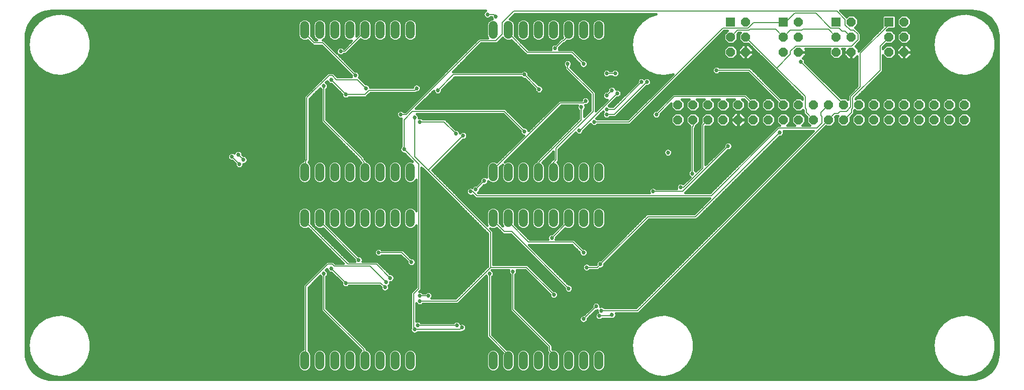
<source format=gbl>
G75*
%MOIN*%
%OFA0B0*%
%FSLAX24Y24*%
%IPPOS*%
%LPD*%
%AMOC8*
5,1,8,0,0,1.08239X$1,22.5*
%
%ADD10OC8,0.0600*%
%ADD11R,0.0600X0.0600*%
%ADD12C,0.0591*%
%ADD13C,0.0376*%
%ADD14C,0.0160*%
%ADD15C,0.0080*%
%ADD16C,0.0270*%
D10*
X045109Y017680D03*
X046109Y017680D03*
X047109Y017680D03*
X048109Y017680D03*
X049109Y017680D03*
X050109Y017680D03*
X051109Y017680D03*
X052109Y017680D03*
X053109Y017680D03*
X054109Y017680D03*
X055109Y017680D03*
X056109Y017680D03*
X057109Y017680D03*
X058109Y017680D03*
X059109Y017680D03*
X060109Y017680D03*
X061109Y017680D03*
X062109Y017680D03*
X063109Y017680D03*
X064109Y017680D03*
X064109Y018680D03*
X063109Y018680D03*
X062109Y018680D03*
X061109Y018680D03*
X060109Y018680D03*
X059109Y018680D03*
X058109Y018680D03*
X057109Y018680D03*
X056109Y018680D03*
X055109Y018680D03*
X054109Y018680D03*
X053109Y018680D03*
X052109Y018680D03*
X051109Y018680D03*
X050109Y018680D03*
X049109Y018680D03*
X048109Y018680D03*
X047109Y018680D03*
X046109Y018680D03*
X045109Y018680D03*
X048609Y022180D03*
X049609Y022180D03*
X049609Y023180D03*
X048609Y023180D03*
X049609Y024180D03*
X052109Y023180D03*
X053109Y023180D03*
X053109Y022180D03*
X052109Y022180D03*
X055609Y022180D03*
X056609Y022180D03*
X056609Y023180D03*
X055609Y023180D03*
X056609Y024180D03*
X059109Y023180D03*
X060109Y023180D03*
X060109Y022180D03*
X059109Y022180D03*
X060109Y024180D03*
X053109Y024180D03*
D11*
X052109Y024180D03*
X055609Y024180D03*
X059109Y024180D03*
X048609Y024180D03*
D12*
X039859Y023945D02*
X039859Y023355D01*
X038859Y023355D02*
X038859Y023945D01*
X037859Y023945D02*
X037859Y023355D01*
X036859Y023355D02*
X036859Y023945D01*
X035859Y023945D02*
X035859Y023355D01*
X034859Y023355D02*
X034859Y023945D01*
X033859Y023945D02*
X033859Y023355D01*
X032859Y023355D02*
X032859Y023945D01*
X027359Y023945D02*
X027359Y023355D01*
X026359Y023355D02*
X026359Y023945D01*
X025359Y023945D02*
X025359Y023355D01*
X024359Y023355D02*
X024359Y023945D01*
X023359Y023945D02*
X023359Y023355D01*
X022359Y023355D02*
X022359Y023945D01*
X021359Y023945D02*
X021359Y023355D01*
X020359Y023355D02*
X020359Y023945D01*
X020359Y014495D02*
X020359Y013905D01*
X021359Y013905D02*
X021359Y014495D01*
X022359Y014495D02*
X022359Y013905D01*
X023359Y013905D02*
X023359Y014495D01*
X024359Y014495D02*
X024359Y013905D01*
X025359Y013905D02*
X025359Y014495D01*
X026359Y014495D02*
X026359Y013905D01*
X027359Y013905D02*
X027359Y014495D01*
X032859Y014495D02*
X032859Y013905D01*
X033859Y013905D02*
X033859Y014495D01*
X034859Y014495D02*
X034859Y013905D01*
X035859Y013905D02*
X035859Y014495D01*
X036859Y014495D02*
X036859Y013905D01*
X037859Y013905D02*
X037859Y014495D01*
X038859Y014495D02*
X038859Y013905D01*
X039859Y013905D02*
X039859Y014495D01*
X039859Y011445D02*
X039859Y010855D01*
X038859Y010855D02*
X038859Y011445D01*
X037859Y011445D02*
X037859Y010855D01*
X036859Y010855D02*
X036859Y011445D01*
X035859Y011445D02*
X035859Y010855D01*
X034859Y010855D02*
X034859Y011445D01*
X033859Y011445D02*
X033859Y010855D01*
X032859Y010855D02*
X032859Y011445D01*
X027359Y011445D02*
X027359Y010855D01*
X026359Y010855D02*
X026359Y011445D01*
X025359Y011445D02*
X025359Y010855D01*
X024359Y010855D02*
X024359Y011445D01*
X023359Y011445D02*
X023359Y010855D01*
X022359Y010855D02*
X022359Y011445D01*
X021359Y011445D02*
X021359Y010855D01*
X020359Y010855D02*
X020359Y011445D01*
X020359Y001995D02*
X020359Y001405D01*
X021359Y001405D02*
X021359Y001995D01*
X022359Y001995D02*
X022359Y001405D01*
X023359Y001405D02*
X023359Y001995D01*
X024359Y001995D02*
X024359Y001405D01*
X025359Y001405D02*
X025359Y001995D01*
X026359Y001995D02*
X026359Y001405D01*
X027359Y001405D02*
X027359Y001995D01*
X032859Y001995D02*
X032859Y001405D01*
X033859Y001405D02*
X033859Y001995D01*
X034859Y001995D02*
X034859Y001405D01*
X035859Y001405D02*
X035859Y001995D01*
X036859Y001995D02*
X036859Y001405D01*
X037859Y001405D02*
X037859Y001995D01*
X038859Y001995D02*
X038859Y001405D01*
X039859Y001405D02*
X039859Y001995D01*
D13*
X034609Y004180D03*
X037059Y006530D03*
X039159Y006830D03*
X041109Y006530D03*
X049859Y008430D03*
X046209Y010930D03*
X055359Y013930D03*
X041109Y019030D03*
X039159Y019330D03*
X037059Y019030D03*
X034609Y016680D03*
X028609Y019030D03*
X026659Y019330D03*
X024559Y019030D03*
X022109Y016680D03*
X016809Y013380D03*
X007309Y013380D03*
X012059Y008630D03*
X022109Y004180D03*
X024559Y006530D03*
X026659Y006830D03*
X028609Y006530D03*
X012059Y018130D03*
X012809Y021380D03*
D14*
X002221Y001115D02*
X002372Y000943D01*
X002544Y000792D01*
X002734Y000664D01*
X002940Y000563D01*
X003156Y000490D01*
X003381Y000445D01*
X003609Y000430D01*
X064609Y000430D01*
X064838Y000445D01*
X065062Y000490D01*
X065279Y000563D01*
X065484Y000664D01*
X065675Y000792D01*
X065847Y000943D01*
X065998Y001115D01*
X066125Y001305D01*
X066226Y001510D01*
X066300Y001727D01*
X066344Y001952D01*
X066359Y002180D01*
X066359Y023180D01*
X066344Y023408D01*
X066300Y023633D01*
X066226Y023850D01*
X066125Y024055D01*
X065998Y024245D01*
X065847Y024417D01*
X065675Y024568D01*
X065484Y024696D01*
X065279Y024797D01*
X065062Y024870D01*
X064838Y024915D01*
X064609Y024930D01*
X055864Y024930D01*
X056284Y024510D01*
X056300Y024493D01*
X056427Y024620D01*
X056792Y024620D01*
X057049Y024362D01*
X057049Y023998D01*
X056853Y023801D01*
X057124Y023530D01*
X057124Y023530D01*
X057229Y023425D01*
X057229Y022925D01*
X056886Y022582D01*
X057089Y022379D01*
X057089Y022245D01*
X057115Y022270D01*
X058669Y023825D01*
X058669Y024538D01*
X058751Y024620D01*
X059467Y024620D01*
X059549Y024538D01*
X059549Y023822D01*
X059467Y023740D01*
X059094Y023740D01*
X058974Y023620D01*
X059292Y023620D01*
X059549Y023362D01*
X059549Y022998D01*
X059292Y022740D01*
X058934Y022740D01*
X058699Y022505D01*
X058699Y022392D01*
X058927Y022620D01*
X059292Y022620D01*
X059549Y022362D01*
X059549Y021998D01*
X059292Y021740D01*
X058927Y021740D01*
X058699Y021968D01*
X058699Y020895D01*
X058594Y020790D01*
X056879Y019075D01*
X056879Y019072D01*
X056927Y019120D01*
X057292Y019120D01*
X057549Y018862D01*
X057549Y018498D01*
X057292Y018240D01*
X056927Y018240D01*
X056835Y018332D01*
X056809Y018305D01*
X056809Y018095D01*
X056704Y017990D01*
X056549Y017835D01*
X056549Y017498D01*
X056292Y017240D01*
X055927Y017240D01*
X055669Y017498D01*
X055669Y017862D01*
X055727Y017920D01*
X055584Y017920D01*
X055538Y017874D01*
X055549Y017862D01*
X055549Y017498D01*
X055292Y017240D01*
X054927Y017240D01*
X054915Y017252D01*
X042494Y004830D01*
X040996Y004830D01*
X041014Y004785D01*
X041014Y004675D01*
X040972Y004574D01*
X040895Y004497D01*
X040794Y004455D01*
X040685Y004455D01*
X040624Y004480D01*
X040108Y004480D01*
X040055Y004427D01*
X039954Y004385D01*
X039845Y004385D01*
X039744Y004427D01*
X039666Y004504D01*
X039624Y004605D01*
X039624Y004715D01*
X039666Y004816D01*
X039744Y004893D01*
X039783Y004910D01*
X039764Y004955D01*
X039764Y005023D01*
X039744Y005015D01*
X039669Y005015D01*
X039124Y004470D01*
X039124Y004395D01*
X039082Y004294D01*
X039005Y004217D01*
X038904Y004175D01*
X038795Y004175D01*
X038694Y004217D01*
X038616Y004294D01*
X038574Y004395D01*
X038574Y004505D01*
X038616Y004606D01*
X038694Y004683D01*
X038795Y004725D01*
X038870Y004725D01*
X039414Y005270D01*
X039414Y005345D01*
X039456Y005446D01*
X039534Y005523D01*
X039635Y005565D01*
X039744Y005565D01*
X039845Y005523D01*
X039922Y005446D01*
X039964Y005345D01*
X039964Y005277D01*
X039985Y005285D01*
X040094Y005285D01*
X040195Y005243D01*
X040248Y005190D01*
X042345Y005190D01*
X054095Y016940D01*
X052126Y016940D01*
X052144Y016895D01*
X052144Y016785D01*
X052102Y016684D01*
X052025Y016607D01*
X051924Y016565D01*
X051849Y016565D01*
X046449Y011165D01*
X046344Y011060D01*
X043194Y011060D01*
X040244Y008110D01*
X040244Y008035D01*
X040202Y007934D01*
X040125Y007857D01*
X040024Y007815D01*
X039949Y007815D01*
X039939Y007805D01*
X039834Y007700D01*
X039268Y007700D01*
X039215Y007647D01*
X039114Y007605D01*
X039005Y007605D01*
X038904Y007647D01*
X038826Y007724D01*
X038784Y007825D01*
X038784Y007935D01*
X038826Y008036D01*
X038904Y008113D01*
X039005Y008155D01*
X039114Y008155D01*
X039215Y008113D01*
X039268Y008060D01*
X039685Y008060D01*
X039694Y008070D01*
X039694Y008145D01*
X039736Y008246D01*
X039814Y008323D01*
X039915Y008365D01*
X039990Y008365D01*
X043045Y011420D01*
X046195Y011420D01*
X047235Y012460D01*
X031705Y012460D01*
X031599Y012565D01*
X031489Y012676D01*
X031414Y012645D01*
X031305Y012645D01*
X031204Y012687D01*
X031126Y012764D01*
X031084Y012865D01*
X031084Y012975D01*
X031126Y013076D01*
X031204Y013153D01*
X031305Y013195D01*
X031414Y013195D01*
X031460Y013176D01*
X031476Y013216D01*
X031554Y013293D01*
X031655Y013335D01*
X031730Y013335D01*
X031994Y013600D01*
X031994Y013675D01*
X032036Y013776D01*
X032114Y013853D01*
X032215Y013895D01*
X032324Y013895D01*
X032424Y013854D01*
X032424Y014582D01*
X032490Y014742D01*
X032613Y014864D01*
X032773Y014931D01*
X032946Y014931D01*
X033106Y014864D01*
X033112Y014858D01*
X034890Y016635D01*
X034875Y016635D01*
X034774Y016677D01*
X034696Y016754D01*
X034654Y016855D01*
X034654Y016930D01*
X033525Y018060D01*
X027788Y018060D01*
X027805Y018053D01*
X027882Y017976D01*
X027924Y017875D01*
X027924Y017807D01*
X027945Y017815D01*
X028054Y017815D01*
X028155Y017773D01*
X028208Y017720D01*
X029684Y017720D01*
X030359Y017045D01*
X030434Y017045D01*
X030535Y017003D01*
X030612Y016926D01*
X030654Y016825D01*
X030654Y016804D01*
X030714Y016863D01*
X030815Y016905D01*
X030924Y016905D01*
X031025Y016863D01*
X031102Y016786D01*
X031144Y016685D01*
X031144Y016575D01*
X031102Y016474D01*
X031025Y016397D01*
X030924Y016355D01*
X030849Y016355D01*
X028814Y014320D01*
X032465Y010669D01*
X032424Y010768D01*
X032424Y011532D01*
X032490Y011692D01*
X032613Y011814D01*
X032773Y011881D01*
X032946Y011881D01*
X033106Y011814D01*
X033228Y011692D01*
X033295Y011532D01*
X033295Y010819D01*
X033479Y010634D01*
X033424Y010768D01*
X033424Y011532D01*
X033490Y011692D01*
X033613Y011814D01*
X033773Y011881D01*
X033946Y011881D01*
X034106Y011814D01*
X034228Y011692D01*
X034295Y011532D01*
X034295Y010768D01*
X034283Y010741D01*
X035284Y009740D01*
X036493Y009740D01*
X036474Y009785D01*
X036474Y009895D01*
X036516Y009996D01*
X036594Y010073D01*
X036695Y010115D01*
X036770Y010115D01*
X037424Y010769D01*
X037424Y011532D01*
X037490Y011692D01*
X037613Y011814D01*
X037773Y011881D01*
X037946Y011881D01*
X038106Y011814D01*
X038228Y011692D01*
X038295Y011532D01*
X038295Y010768D01*
X038228Y010608D01*
X038106Y010486D01*
X037946Y010419D01*
X037773Y010419D01*
X037639Y010475D01*
X037024Y009860D01*
X037024Y009785D01*
X037006Y009740D01*
X038224Y009740D01*
X038329Y009635D01*
X038829Y009135D01*
X038904Y009135D01*
X039005Y009093D01*
X039082Y009016D01*
X039124Y008915D01*
X039124Y008805D01*
X039082Y008704D01*
X039005Y008627D01*
X038904Y008585D01*
X038795Y008585D01*
X038694Y008627D01*
X038616Y008704D01*
X038574Y008805D01*
X038574Y008880D01*
X038075Y009380D01*
X035224Y009380D01*
X037849Y006755D01*
X037924Y006755D01*
X038025Y006713D01*
X038102Y006636D01*
X038144Y006535D01*
X038144Y006425D01*
X038102Y006324D01*
X038025Y006247D01*
X037924Y006205D01*
X037815Y006205D01*
X037714Y006247D01*
X037636Y006324D01*
X037594Y006425D01*
X037594Y006500D01*
X034015Y010080D01*
X033525Y010080D01*
X033112Y010492D01*
X033106Y010486D01*
X032946Y010419D01*
X032773Y010419D01*
X032673Y010461D01*
X032764Y010370D01*
X032869Y010265D01*
X032869Y008060D01*
X035144Y008060D01*
X036869Y006335D01*
X036944Y006335D01*
X037045Y006293D01*
X037122Y006216D01*
X037164Y006115D01*
X037164Y006005D01*
X037122Y005904D01*
X037045Y005827D01*
X036944Y005785D01*
X036835Y005785D01*
X036734Y005827D01*
X036656Y005904D01*
X036614Y006005D01*
X036614Y006080D01*
X034995Y007700D01*
X034416Y007700D01*
X034434Y007655D01*
X034434Y007545D01*
X034392Y007444D01*
X034339Y007391D01*
X034339Y005155D01*
X036684Y002810D01*
X036789Y002705D01*
X036789Y002431D01*
X036946Y002431D01*
X037106Y002364D01*
X037228Y002242D01*
X037295Y002082D01*
X037295Y001318D01*
X037228Y001158D01*
X037106Y001036D01*
X036946Y000969D01*
X036773Y000969D01*
X036613Y001036D01*
X036490Y001158D01*
X036424Y001318D01*
X036424Y002082D01*
X036295Y002082D01*
X036228Y002242D01*
X036106Y002364D01*
X035946Y002431D01*
X035773Y002431D01*
X035613Y002364D01*
X035490Y002242D01*
X035424Y002082D01*
X035295Y002082D01*
X035228Y002242D01*
X035106Y002364D01*
X034946Y002431D01*
X034773Y002431D01*
X034613Y002364D01*
X034490Y002242D01*
X034424Y002082D01*
X034295Y002082D01*
X034228Y002242D01*
X034106Y002364D01*
X033946Y002431D01*
X033773Y002431D01*
X032799Y003405D01*
X032799Y007251D01*
X032852Y007304D01*
X032894Y007405D01*
X032894Y007515D01*
X032852Y007616D01*
X032775Y007693D01*
X032762Y007698D01*
X032764Y007700D01*
X033903Y007700D01*
X033884Y007655D01*
X033884Y007545D01*
X033926Y007444D01*
X033979Y007391D01*
X033979Y005005D01*
X036429Y002555D01*
X036429Y002275D01*
X036482Y002222D01*
X036424Y002082D01*
X036295Y002082D02*
X036295Y001318D01*
X036228Y001158D01*
X036106Y001036D01*
X035946Y000969D01*
X035773Y000969D01*
X035613Y001036D01*
X035490Y001158D01*
X035424Y001318D01*
X035424Y002082D01*
X035295Y002082D02*
X035295Y001318D01*
X035228Y001158D01*
X035106Y001036D01*
X034946Y000969D01*
X034773Y000969D01*
X034613Y001036D01*
X034490Y001158D01*
X034424Y001318D01*
X034424Y002082D01*
X034295Y002082D02*
X034295Y001318D01*
X034228Y001158D01*
X034106Y001036D01*
X033946Y000969D01*
X033773Y000969D01*
X033613Y001036D01*
X033490Y001158D01*
X033424Y001318D01*
X033424Y002082D01*
X033295Y002082D01*
X033228Y002242D01*
X033106Y002364D01*
X032946Y002431D01*
X032773Y002431D01*
X032613Y002364D01*
X032490Y002242D01*
X032424Y002082D01*
X027795Y002082D01*
X027728Y002242D01*
X027606Y002364D01*
X027446Y002431D01*
X027273Y002431D01*
X027113Y002364D01*
X026990Y002242D01*
X026924Y002082D01*
X026795Y002082D01*
X026728Y002242D01*
X026606Y002364D01*
X026446Y002431D01*
X026273Y002431D01*
X026113Y002364D01*
X025990Y002242D01*
X025924Y002082D01*
X025795Y002082D01*
X025728Y002242D01*
X025606Y002364D01*
X025446Y002431D01*
X025273Y002431D01*
X025113Y002364D01*
X024990Y002242D01*
X024924Y002082D01*
X024795Y002082D01*
X024728Y002242D01*
X024606Y002364D01*
X024469Y002421D01*
X024469Y002495D01*
X024364Y002600D01*
X021809Y005155D01*
X021809Y007251D01*
X021862Y007304D01*
X021904Y007405D01*
X021904Y007515D01*
X021862Y007616D01*
X021785Y007693D01*
X021772Y007698D01*
X021844Y007770D01*
X021844Y007755D01*
X021886Y007654D01*
X021964Y007577D01*
X022065Y007535D01*
X022140Y007535D01*
X022824Y006850D01*
X022824Y006775D01*
X022866Y006674D01*
X022944Y006597D01*
X023045Y006555D01*
X023154Y006555D01*
X023255Y006597D01*
X023308Y006650D01*
X025335Y006650D01*
X025414Y006570D01*
X025414Y006495D01*
X025456Y006394D01*
X025534Y006317D01*
X025635Y006275D01*
X025744Y006275D01*
X025845Y006317D01*
X025922Y006394D01*
X025964Y006495D01*
X025964Y006605D01*
X025932Y006683D01*
X025992Y006744D01*
X026034Y006845D01*
X026034Y006905D01*
X026094Y006905D01*
X026195Y006947D01*
X026272Y007024D01*
X026314Y007125D01*
X026314Y007235D01*
X026272Y007336D01*
X026195Y007413D01*
X026094Y007455D01*
X026019Y007455D01*
X025309Y008165D01*
X025204Y008270D01*
X024196Y008270D01*
X024214Y008315D01*
X024214Y008425D01*
X024172Y008526D01*
X024095Y008603D01*
X023994Y008645D01*
X023919Y008645D01*
X021795Y010769D01*
X021795Y011532D01*
X021728Y011692D01*
X021606Y011814D01*
X021446Y011881D01*
X021273Y011881D01*
X021113Y011814D01*
X020990Y011692D01*
X020924Y011532D01*
X020924Y010768D01*
X020990Y010608D01*
X021113Y010486D01*
X021273Y010419D01*
X021446Y010419D01*
X021580Y010475D01*
X023664Y008390D01*
X023664Y008315D01*
X023683Y008270D01*
X023314Y008270D01*
X020795Y010789D01*
X020795Y011532D01*
X020728Y011692D01*
X020606Y011814D01*
X020446Y011881D01*
X020273Y011881D01*
X020113Y011814D01*
X019990Y011692D01*
X019924Y011532D01*
X019924Y010768D01*
X019990Y010608D01*
X020113Y010486D01*
X020273Y010419D01*
X020446Y010419D01*
X020594Y010481D01*
X022945Y008130D01*
X022404Y008130D01*
X022369Y008165D01*
X022264Y008270D01*
X021835Y008270D01*
X020365Y006800D01*
X020259Y006695D01*
X020259Y002425D01*
X020113Y002364D01*
X019990Y002242D01*
X019924Y002082D01*
X006082Y002082D01*
X006126Y002241D02*
X019990Y002241D01*
X019924Y002082D02*
X019924Y001318D01*
X019990Y001158D01*
X020113Y001036D01*
X020273Y000969D01*
X020446Y000969D01*
X020606Y001036D01*
X020728Y001158D01*
X020795Y001318D01*
X020795Y002082D01*
X020728Y002242D01*
X020619Y002351D01*
X020619Y006545D01*
X021391Y007317D01*
X021396Y007304D01*
X021449Y007251D01*
X021449Y005005D01*
X024102Y002353D01*
X023990Y002242D01*
X023924Y002082D01*
X023795Y002082D01*
X023728Y002242D01*
X023606Y002364D01*
X023446Y002431D01*
X023273Y002431D01*
X023113Y002364D01*
X022990Y002242D01*
X022924Y002082D01*
X022795Y002082D01*
X022728Y002242D01*
X022606Y002364D01*
X022446Y002431D01*
X022273Y002431D01*
X022113Y002364D01*
X021990Y002242D01*
X021924Y002082D01*
X021795Y002082D01*
X021728Y002242D01*
X021606Y002364D01*
X021446Y002431D01*
X021273Y002431D01*
X021113Y002364D01*
X020990Y002242D01*
X020924Y002082D01*
X020795Y002082D01*
X020924Y002082D02*
X020924Y001318D01*
X020990Y001158D01*
X021113Y001036D01*
X021273Y000969D01*
X021446Y000969D01*
X021606Y001036D01*
X021728Y001158D01*
X021795Y001318D01*
X021795Y002082D01*
X021924Y002082D02*
X021924Y001318D01*
X021990Y001158D01*
X022113Y001036D01*
X022273Y000969D01*
X022446Y000969D01*
X022606Y001036D01*
X022728Y001158D01*
X022795Y001318D01*
X022795Y002082D01*
X022924Y002082D02*
X022924Y001318D01*
X022990Y001158D01*
X023113Y001036D01*
X023273Y000969D01*
X023446Y000969D01*
X023606Y001036D01*
X023728Y001158D01*
X023795Y001318D01*
X023795Y002082D01*
X023924Y002082D02*
X023924Y001318D01*
X023990Y001158D01*
X024113Y001036D01*
X024273Y000969D01*
X024446Y000969D01*
X024606Y001036D01*
X024728Y001158D01*
X024795Y001318D01*
X024795Y002082D01*
X024924Y002082D02*
X024924Y001318D01*
X024990Y001158D01*
X025113Y001036D01*
X025273Y000969D01*
X025446Y000969D01*
X025606Y001036D01*
X025728Y001158D01*
X025795Y001318D01*
X025795Y002082D01*
X025924Y002082D02*
X025924Y001318D01*
X025990Y001158D01*
X026113Y001036D01*
X026273Y000969D01*
X026446Y000969D01*
X026606Y001036D01*
X026728Y001158D01*
X026795Y001318D01*
X026795Y002082D01*
X026924Y002082D02*
X026924Y001318D01*
X026990Y001158D01*
X027113Y001036D01*
X027273Y000969D01*
X027446Y000969D01*
X027606Y001036D01*
X027728Y001158D01*
X027795Y001318D01*
X027795Y002082D01*
X027795Y001924D02*
X032424Y001924D01*
X032424Y002082D02*
X032424Y001318D01*
X032490Y001158D01*
X032613Y001036D01*
X032773Y000969D01*
X032946Y000969D01*
X033106Y001036D01*
X033228Y001158D01*
X033295Y001318D01*
X033295Y002082D01*
X033424Y002082D02*
X033479Y002215D01*
X032439Y003255D01*
X032439Y007251D01*
X032386Y007304D01*
X032381Y007317D01*
X030524Y005460D01*
X028208Y005460D01*
X028155Y005407D01*
X028054Y005365D01*
X027945Y005365D01*
X027844Y005407D01*
X027766Y005484D01*
X027759Y005501D01*
X027759Y004286D01*
X027805Y004305D01*
X027914Y004305D01*
X028015Y004263D01*
X028068Y004210D01*
X030240Y004210D01*
X030294Y004263D01*
X030395Y004305D01*
X030504Y004305D01*
X030605Y004263D01*
X030682Y004186D01*
X030699Y004146D01*
X030745Y004165D01*
X030854Y004165D01*
X030955Y004123D01*
X031032Y004046D01*
X031074Y003945D01*
X031074Y003835D01*
X031032Y003734D01*
X030955Y003657D01*
X030854Y003615D01*
X030779Y003615D01*
X030734Y003570D01*
X027858Y003570D01*
X027805Y003517D01*
X027704Y003475D01*
X027595Y003475D01*
X027494Y003517D01*
X027416Y003594D01*
X027374Y003695D01*
X027374Y003805D01*
X027399Y003865D01*
X027399Y006205D01*
X027505Y006310D01*
X027749Y006555D01*
X027749Y010659D01*
X027728Y010608D01*
X027606Y010486D01*
X027446Y010419D01*
X027273Y010419D01*
X027113Y010486D01*
X026990Y010608D01*
X026924Y010768D01*
X026924Y011532D01*
X026990Y011692D01*
X027113Y011814D01*
X027273Y011881D01*
X027446Y011881D01*
X027606Y011814D01*
X027728Y011692D01*
X027749Y011641D01*
X027749Y013709D01*
X027728Y013658D01*
X027606Y013536D01*
X027446Y013469D01*
X027273Y013469D01*
X027113Y013536D01*
X026990Y013658D01*
X026924Y013818D01*
X026924Y014582D01*
X026990Y014742D01*
X027113Y014864D01*
X027273Y014931D01*
X027446Y014931D01*
X027511Y014903D01*
X026970Y015445D01*
X026895Y015445D01*
X026794Y015487D01*
X026716Y015564D01*
X026674Y015665D01*
X026674Y015775D01*
X026716Y015876D01*
X026769Y015929D01*
X026769Y017755D01*
X026770Y017755D01*
X026685Y017755D01*
X026584Y017797D01*
X026506Y017874D01*
X026464Y017975D01*
X026464Y018085D01*
X026506Y018186D01*
X026584Y018263D01*
X026685Y018305D01*
X026794Y018305D01*
X026895Y018263D01*
X026948Y018210D01*
X027015Y018210D01*
X031809Y023005D01*
X031915Y023110D01*
X032490Y023110D01*
X032424Y023268D01*
X032424Y024032D01*
X032490Y024192D01*
X032613Y024314D01*
X032773Y024381D01*
X032810Y024381D01*
X032806Y024384D01*
X032764Y024485D01*
X032764Y024500D01*
X032688Y024500D01*
X032635Y024447D01*
X032534Y024405D01*
X032425Y024405D01*
X032324Y024447D01*
X032246Y024524D01*
X032204Y024625D01*
X032204Y024735D01*
X032246Y024836D01*
X032324Y024913D01*
X032364Y024930D01*
X003609Y024930D01*
X003381Y024915D01*
X003156Y024870D01*
X002940Y024797D01*
X002734Y024696D01*
X002544Y024568D01*
X002372Y024417D01*
X002221Y024245D01*
X002094Y024055D01*
X001992Y023850D01*
X001919Y023633D01*
X001874Y023408D01*
X001859Y023180D01*
X001859Y017649D01*
X001861Y017643D01*
X001859Y017640D01*
X001859Y007720D01*
X001861Y007717D01*
X001859Y007711D01*
X001859Y002180D01*
X001874Y001952D01*
X001919Y001727D01*
X001992Y001510D01*
X002094Y001305D01*
X002221Y001115D01*
X002210Y001131D02*
X002730Y001131D01*
X002690Y001160D02*
X003152Y000833D01*
X003686Y000644D01*
X004251Y000605D01*
X004806Y000720D01*
X005309Y000981D01*
X005723Y001367D01*
X006017Y001851D01*
X006170Y002397D01*
X006170Y002963D01*
X006017Y003509D01*
X005723Y003993D01*
X005309Y004379D01*
X004806Y004640D01*
X004251Y004755D01*
X003686Y004716D01*
X003152Y004527D01*
X002690Y004200D01*
X002332Y003761D01*
X002106Y003241D01*
X002029Y002680D01*
X002106Y002119D01*
X002332Y001599D01*
X002690Y001160D01*
X002584Y001290D02*
X002104Y001290D01*
X002023Y001448D02*
X002455Y001448D01*
X002329Y001607D02*
X001960Y001607D01*
X001911Y001765D02*
X002260Y001765D01*
X002191Y001924D02*
X001880Y001924D01*
X001866Y002082D02*
X002122Y002082D01*
X002090Y002241D02*
X001859Y002241D01*
X001859Y002399D02*
X002068Y002399D01*
X002046Y002558D02*
X001859Y002558D01*
X001859Y002716D02*
X002034Y002716D01*
X002056Y002875D02*
X001859Y002875D01*
X001859Y003033D02*
X002078Y003033D01*
X002100Y003192D02*
X001859Y003192D01*
X001859Y003350D02*
X002154Y003350D01*
X002223Y003509D02*
X001859Y003509D01*
X001859Y003667D02*
X002291Y003667D01*
X002385Y003826D02*
X001859Y003826D01*
X001859Y003984D02*
X002514Y003984D01*
X002643Y004143D02*
X001859Y004143D01*
X001859Y004301D02*
X002832Y004301D01*
X003057Y004460D02*
X001859Y004460D01*
X001859Y004618D02*
X003409Y004618D01*
X004848Y004618D02*
X020259Y004618D01*
X020259Y004460D02*
X005154Y004460D01*
X005393Y004301D02*
X020259Y004301D01*
X020259Y004143D02*
X005562Y004143D01*
X005728Y003984D02*
X020259Y003984D01*
X020259Y003826D02*
X005824Y003826D01*
X005921Y003667D02*
X020259Y003667D01*
X020259Y003509D02*
X006017Y003509D01*
X006062Y003350D02*
X020259Y003350D01*
X020259Y003192D02*
X006106Y003192D01*
X006150Y003033D02*
X020259Y003033D01*
X020259Y002875D02*
X006170Y002875D01*
X006170Y002716D02*
X020259Y002716D01*
X020259Y002558D02*
X006170Y002558D01*
X006170Y002399D02*
X020197Y002399D01*
X020619Y002399D02*
X021197Y002399D01*
X020990Y002241D02*
X020729Y002241D01*
X020795Y001924D02*
X020924Y001924D01*
X020924Y001765D02*
X020795Y001765D01*
X020795Y001607D02*
X020924Y001607D01*
X020924Y001448D02*
X020795Y001448D01*
X020783Y001290D02*
X020936Y001290D01*
X021017Y001131D02*
X020701Y001131D01*
X020453Y000973D02*
X021265Y000973D01*
X021453Y000973D02*
X022265Y000973D01*
X022453Y000973D02*
X023265Y000973D01*
X023453Y000973D02*
X024265Y000973D01*
X024453Y000973D02*
X025265Y000973D01*
X025453Y000973D02*
X026265Y000973D01*
X026453Y000973D02*
X027265Y000973D01*
X027453Y000973D02*
X032765Y000973D01*
X032953Y000973D02*
X033765Y000973D01*
X033953Y000973D02*
X034765Y000973D01*
X034953Y000973D02*
X035765Y000973D01*
X035953Y000973D02*
X036765Y000973D01*
X036953Y000973D02*
X037765Y000973D01*
X037773Y000969D02*
X037946Y000969D01*
X038106Y001036D01*
X038228Y001158D01*
X038295Y001318D01*
X038295Y002082D01*
X038228Y002242D01*
X038106Y002364D01*
X037946Y002431D01*
X037773Y002431D01*
X037613Y002364D01*
X037490Y002242D01*
X037424Y002082D01*
X037295Y002082D01*
X037424Y002082D02*
X037424Y001318D01*
X037490Y001158D01*
X037613Y001036D01*
X037773Y000969D01*
X037953Y000973D02*
X038765Y000973D01*
X038773Y000969D02*
X038946Y000969D01*
X039106Y001036D01*
X039228Y001158D01*
X039295Y001318D01*
X039295Y002082D01*
X039228Y002242D01*
X039106Y002364D01*
X038946Y002431D01*
X038773Y002431D01*
X038613Y002364D01*
X038490Y002242D01*
X038424Y002082D01*
X038295Y002082D01*
X038424Y002082D02*
X038424Y001318D01*
X038490Y001158D01*
X038613Y001036D01*
X038773Y000969D01*
X038953Y000973D02*
X039765Y000973D01*
X039773Y000969D02*
X039946Y000969D01*
X040106Y001036D01*
X040228Y001158D01*
X040295Y001318D01*
X040295Y002082D01*
X040228Y002242D01*
X040106Y002364D01*
X039946Y002431D01*
X039773Y002431D01*
X039613Y002364D01*
X039490Y002242D01*
X039424Y002082D01*
X039295Y002082D01*
X039424Y002082D02*
X039424Y001318D01*
X039490Y001158D01*
X039613Y001036D01*
X039773Y000969D01*
X039953Y000973D02*
X042955Y000973D01*
X043152Y000833D02*
X043686Y000644D01*
X044251Y000605D01*
X044806Y000720D01*
X045309Y000981D01*
X045723Y001367D01*
X046017Y001851D01*
X046170Y002397D01*
X046170Y002963D01*
X046017Y003509D01*
X045723Y003993D01*
X045309Y004379D01*
X044806Y004640D01*
X044251Y004755D01*
X043686Y004716D01*
X043152Y004527D01*
X042690Y004200D01*
X042332Y003761D01*
X042106Y003241D01*
X042029Y002680D01*
X042106Y002119D01*
X042332Y001599D01*
X042690Y001160D01*
X043152Y000833D01*
X043206Y000814D02*
X004987Y000814D01*
X005293Y000973D02*
X020265Y000973D01*
X020017Y001131D02*
X005470Y001131D01*
X005639Y001290D02*
X019936Y001290D01*
X019924Y001448D02*
X005772Y001448D01*
X005868Y001607D02*
X019924Y001607D01*
X019924Y001765D02*
X005965Y001765D01*
X006037Y001924D02*
X019924Y001924D01*
X020619Y002558D02*
X023897Y002558D01*
X023739Y002716D02*
X020619Y002716D01*
X020619Y002875D02*
X023580Y002875D01*
X023422Y003033D02*
X020619Y003033D01*
X020619Y003192D02*
X023263Y003192D01*
X023105Y003350D02*
X020619Y003350D01*
X020619Y003509D02*
X022946Y003509D01*
X022788Y003667D02*
X020619Y003667D01*
X020619Y003826D02*
X022629Y003826D01*
X022471Y003984D02*
X020619Y003984D01*
X020619Y004143D02*
X022312Y004143D01*
X022154Y004301D02*
X020619Y004301D01*
X020619Y004460D02*
X021995Y004460D01*
X021837Y004618D02*
X020619Y004618D01*
X020619Y004777D02*
X021678Y004777D01*
X021520Y004935D02*
X020619Y004935D01*
X020619Y005094D02*
X021449Y005094D01*
X021449Y005252D02*
X020619Y005252D01*
X020619Y005411D02*
X021449Y005411D01*
X021449Y005569D02*
X020619Y005569D01*
X020619Y005728D02*
X021449Y005728D01*
X021449Y005886D02*
X020619Y005886D01*
X020619Y006045D02*
X021449Y006045D01*
X021449Y006203D02*
X020619Y006203D01*
X020619Y006362D02*
X021449Y006362D01*
X021449Y006520D02*
X020619Y006520D01*
X020752Y006679D02*
X021449Y006679D01*
X021449Y006837D02*
X020911Y006837D01*
X021069Y006996D02*
X021449Y006996D01*
X021449Y007154D02*
X021228Y007154D01*
X021386Y007313D02*
X021393Y007313D01*
X021036Y007471D02*
X001859Y007471D01*
X001859Y007313D02*
X020877Y007313D01*
X020719Y007154D02*
X001859Y007154D01*
X001859Y006996D02*
X020560Y006996D01*
X020402Y006837D02*
X001859Y006837D01*
X001859Y006679D02*
X020259Y006679D01*
X020259Y006520D02*
X001859Y006520D01*
X001859Y006362D02*
X020259Y006362D01*
X020259Y006203D02*
X001859Y006203D01*
X001859Y006045D02*
X020259Y006045D01*
X020259Y005886D02*
X001859Y005886D01*
X001859Y005728D02*
X020259Y005728D01*
X020259Y005569D02*
X001859Y005569D01*
X001859Y005411D02*
X020259Y005411D01*
X020259Y005252D02*
X001859Y005252D01*
X001859Y005094D02*
X020259Y005094D01*
X020259Y004935D02*
X001859Y004935D01*
X001859Y004777D02*
X020259Y004777D01*
X021809Y005252D02*
X027399Y005252D01*
X027399Y005094D02*
X021870Y005094D01*
X022029Y004935D02*
X027399Y004935D01*
X027399Y004777D02*
X022187Y004777D01*
X022346Y004618D02*
X027399Y004618D01*
X027399Y004460D02*
X022504Y004460D01*
X022663Y004301D02*
X027399Y004301D01*
X027399Y004143D02*
X022821Y004143D01*
X022980Y003984D02*
X027399Y003984D01*
X027383Y003826D02*
X023138Y003826D01*
X023297Y003667D02*
X027386Y003667D01*
X027514Y003509D02*
X023455Y003509D01*
X023614Y003350D02*
X032439Y003350D01*
X032439Y003509D02*
X027785Y003509D01*
X027759Y004301D02*
X027795Y004301D01*
X027924Y004301D02*
X030385Y004301D01*
X030514Y004301D02*
X032439Y004301D01*
X032439Y004143D02*
X030908Y004143D01*
X031058Y003984D02*
X032439Y003984D01*
X032439Y003826D02*
X031070Y003826D01*
X030965Y003667D02*
X032439Y003667D01*
X032799Y003667D02*
X035318Y003667D01*
X035476Y003509D02*
X032799Y003509D01*
X032854Y003350D02*
X035635Y003350D01*
X035793Y003192D02*
X033012Y003192D01*
X033171Y003033D02*
X035952Y003033D01*
X036110Y002875D02*
X033329Y002875D01*
X033488Y002716D02*
X036269Y002716D01*
X036427Y002558D02*
X033646Y002558D01*
X033296Y002399D02*
X033022Y002399D01*
X033137Y002558D02*
X024406Y002558D01*
X024522Y002399D02*
X025197Y002399D01*
X024990Y002241D02*
X024729Y002241D01*
X024795Y001924D02*
X024924Y001924D01*
X024924Y001765D02*
X024795Y001765D01*
X024795Y001607D02*
X024924Y001607D01*
X024924Y001448D02*
X024795Y001448D01*
X024783Y001290D02*
X024936Y001290D01*
X025017Y001131D02*
X024701Y001131D01*
X024017Y001131D02*
X023701Y001131D01*
X023783Y001290D02*
X023936Y001290D01*
X023924Y001448D02*
X023795Y001448D01*
X023795Y001607D02*
X023924Y001607D01*
X023924Y001765D02*
X023795Y001765D01*
X023795Y001924D02*
X023924Y001924D01*
X023990Y002241D02*
X023729Y002241D01*
X023522Y002399D02*
X024056Y002399D01*
X024248Y002716D02*
X032979Y002716D01*
X032820Y002875D02*
X024089Y002875D01*
X023931Y003033D02*
X032662Y003033D01*
X032503Y003192D02*
X023772Y003192D01*
X023197Y002399D02*
X022522Y002399D01*
X022729Y002241D02*
X022990Y002241D01*
X022924Y001924D02*
X022795Y001924D01*
X022795Y001765D02*
X022924Y001765D01*
X022924Y001607D02*
X022795Y001607D01*
X022795Y001448D02*
X022924Y001448D01*
X022936Y001290D02*
X022783Y001290D01*
X022701Y001131D02*
X023017Y001131D01*
X022017Y001131D02*
X021701Y001131D01*
X021783Y001290D02*
X021936Y001290D01*
X021924Y001448D02*
X021795Y001448D01*
X021795Y001607D02*
X021924Y001607D01*
X021924Y001765D02*
X021795Y001765D01*
X021795Y001924D02*
X021924Y001924D01*
X021990Y002241D02*
X021729Y002241D01*
X021522Y002399D02*
X022197Y002399D01*
X025522Y002399D02*
X026197Y002399D01*
X025990Y002241D02*
X025729Y002241D01*
X025795Y001924D02*
X025924Y001924D01*
X025924Y001765D02*
X025795Y001765D01*
X025795Y001607D02*
X025924Y001607D01*
X025924Y001448D02*
X025795Y001448D01*
X025783Y001290D02*
X025936Y001290D01*
X026017Y001131D02*
X025701Y001131D01*
X026701Y001131D02*
X027017Y001131D01*
X026936Y001290D02*
X026783Y001290D01*
X026795Y001448D02*
X026924Y001448D01*
X026924Y001607D02*
X026795Y001607D01*
X026795Y001765D02*
X026924Y001765D01*
X026924Y001924D02*
X026795Y001924D01*
X026729Y002241D02*
X026990Y002241D01*
X027197Y002399D02*
X026522Y002399D01*
X027522Y002399D02*
X032697Y002399D01*
X032490Y002241D02*
X027729Y002241D01*
X027795Y001765D02*
X032424Y001765D01*
X032424Y001607D02*
X027795Y001607D01*
X027795Y001448D02*
X032424Y001448D01*
X032436Y001290D02*
X027783Y001290D01*
X027701Y001131D02*
X032517Y001131D01*
X033201Y001131D02*
X033517Y001131D01*
X033436Y001290D02*
X033283Y001290D01*
X033295Y001448D02*
X033424Y001448D01*
X033424Y001607D02*
X033295Y001607D01*
X033295Y001765D02*
X033424Y001765D01*
X033424Y001924D02*
X033295Y001924D01*
X033229Y002241D02*
X033454Y002241D01*
X034022Y002399D02*
X034697Y002399D01*
X034490Y002241D02*
X034229Y002241D01*
X034295Y001924D02*
X034424Y001924D01*
X034424Y001765D02*
X034295Y001765D01*
X034295Y001607D02*
X034424Y001607D01*
X034424Y001448D02*
X034295Y001448D01*
X034283Y001290D02*
X034436Y001290D01*
X034517Y001131D02*
X034201Y001131D01*
X035201Y001131D02*
X035517Y001131D01*
X035436Y001290D02*
X035283Y001290D01*
X035295Y001448D02*
X035424Y001448D01*
X035424Y001607D02*
X035295Y001607D01*
X035295Y001765D02*
X035424Y001765D01*
X035424Y001924D02*
X035295Y001924D01*
X035229Y002241D02*
X035490Y002241D01*
X035697Y002399D02*
X035022Y002399D01*
X036022Y002399D02*
X036429Y002399D01*
X036464Y002241D02*
X036229Y002241D01*
X036295Y001924D02*
X036424Y001924D01*
X036424Y001765D02*
X036295Y001765D01*
X036295Y001607D02*
X036424Y001607D01*
X036424Y001448D02*
X036295Y001448D01*
X036283Y001290D02*
X036436Y001290D01*
X036517Y001131D02*
X036201Y001131D01*
X037201Y001131D02*
X037517Y001131D01*
X037436Y001290D02*
X037283Y001290D01*
X037295Y001448D02*
X037424Y001448D01*
X037424Y001607D02*
X037295Y001607D01*
X037295Y001765D02*
X037424Y001765D01*
X037424Y001924D02*
X037295Y001924D01*
X037229Y002241D02*
X037490Y002241D01*
X037697Y002399D02*
X037022Y002399D01*
X036789Y002558D02*
X042046Y002558D01*
X042034Y002716D02*
X036778Y002716D01*
X036619Y002875D02*
X042056Y002875D01*
X042078Y003033D02*
X036461Y003033D01*
X036302Y003192D02*
X042100Y003192D01*
X042154Y003350D02*
X036144Y003350D01*
X035985Y003509D02*
X042223Y003509D01*
X042291Y003667D02*
X035827Y003667D01*
X035668Y003826D02*
X042385Y003826D01*
X042514Y003984D02*
X035510Y003984D01*
X035351Y004143D02*
X042643Y004143D01*
X042832Y004301D02*
X039085Y004301D01*
X039124Y004460D02*
X039711Y004460D01*
X039624Y004618D02*
X039272Y004618D01*
X039430Y004777D02*
X039650Y004777D01*
X039589Y004935D02*
X039773Y004935D01*
X039397Y005252D02*
X034339Y005252D01*
X034339Y005411D02*
X039442Y005411D01*
X039238Y005094D02*
X034400Y005094D01*
X034559Y004935D02*
X039080Y004935D01*
X038921Y004777D02*
X034717Y004777D01*
X034876Y004618D02*
X038628Y004618D01*
X038574Y004460D02*
X035034Y004460D01*
X035193Y004301D02*
X038613Y004301D01*
X040088Y004460D02*
X040674Y004460D01*
X040805Y004460D02*
X043057Y004460D01*
X043409Y004618D02*
X040991Y004618D01*
X041014Y004777D02*
X066359Y004777D01*
X066359Y004935D02*
X042599Y004935D01*
X042757Y005094D02*
X066359Y005094D01*
X066359Y005252D02*
X042916Y005252D01*
X043074Y005411D02*
X066359Y005411D01*
X066359Y005569D02*
X043233Y005569D01*
X043391Y005728D02*
X066359Y005728D01*
X066359Y005886D02*
X043550Y005886D01*
X043708Y006045D02*
X066359Y006045D01*
X066359Y006203D02*
X043867Y006203D01*
X044025Y006362D02*
X066359Y006362D01*
X066359Y006520D02*
X044184Y006520D01*
X044342Y006679D02*
X066359Y006679D01*
X066359Y006837D02*
X044501Y006837D01*
X044659Y006996D02*
X066359Y006996D01*
X066359Y007154D02*
X044818Y007154D01*
X044976Y007313D02*
X066359Y007313D01*
X066359Y007471D02*
X045135Y007471D01*
X045293Y007630D02*
X066359Y007630D01*
X066359Y007788D02*
X045452Y007788D01*
X045610Y007947D02*
X066359Y007947D01*
X066359Y008105D02*
X045769Y008105D01*
X045927Y008264D02*
X066359Y008264D01*
X066359Y008422D02*
X046086Y008422D01*
X046244Y008581D02*
X066359Y008581D01*
X066359Y008739D02*
X046403Y008739D01*
X046561Y008898D02*
X066359Y008898D01*
X066359Y009056D02*
X046720Y009056D01*
X046878Y009215D02*
X066359Y009215D01*
X066359Y009373D02*
X047037Y009373D01*
X047195Y009532D02*
X066359Y009532D01*
X066359Y009690D02*
X047354Y009690D01*
X047512Y009849D02*
X066359Y009849D01*
X066359Y010007D02*
X047671Y010007D01*
X047829Y010166D02*
X066359Y010166D01*
X066359Y010324D02*
X047988Y010324D01*
X048146Y010483D02*
X066359Y010483D01*
X066359Y010641D02*
X048305Y010641D01*
X048463Y010800D02*
X066359Y010800D01*
X066359Y010958D02*
X048622Y010958D01*
X048780Y011117D02*
X066359Y011117D01*
X066359Y011275D02*
X048939Y011275D01*
X049097Y011434D02*
X066359Y011434D01*
X066359Y011592D02*
X049256Y011592D01*
X049414Y011751D02*
X066359Y011751D01*
X066359Y011909D02*
X049573Y011909D01*
X049731Y012068D02*
X066359Y012068D01*
X066359Y012226D02*
X049890Y012226D01*
X050048Y012385D02*
X066359Y012385D01*
X066359Y012543D02*
X050207Y012543D01*
X050365Y012702D02*
X066359Y012702D01*
X066359Y012860D02*
X050524Y012860D01*
X050682Y013019D02*
X066359Y013019D01*
X066359Y013177D02*
X050841Y013177D01*
X050999Y013336D02*
X066359Y013336D01*
X066359Y013494D02*
X051158Y013494D01*
X051316Y013653D02*
X066359Y013653D01*
X066359Y013811D02*
X051475Y013811D01*
X051633Y013970D02*
X066359Y013970D01*
X066359Y014128D02*
X051792Y014128D01*
X051950Y014287D02*
X066359Y014287D01*
X066359Y014445D02*
X052109Y014445D01*
X052267Y014604D02*
X066359Y014604D01*
X066359Y014762D02*
X052426Y014762D01*
X052584Y014921D02*
X066359Y014921D01*
X066359Y015079D02*
X052743Y015079D01*
X052901Y015238D02*
X066359Y015238D01*
X066359Y015396D02*
X053060Y015396D01*
X053218Y015555D02*
X066359Y015555D01*
X066359Y015713D02*
X053377Y015713D01*
X053535Y015872D02*
X066359Y015872D01*
X066359Y016030D02*
X053694Y016030D01*
X053852Y016189D02*
X066359Y016189D01*
X066359Y016347D02*
X054011Y016347D01*
X054169Y016506D02*
X066359Y016506D01*
X066359Y016664D02*
X054328Y016664D01*
X054486Y016823D02*
X066359Y016823D01*
X066359Y016981D02*
X054645Y016981D01*
X054803Y017140D02*
X066359Y017140D01*
X066359Y017298D02*
X064350Y017298D01*
X064292Y017240D02*
X064549Y017498D01*
X064549Y017862D01*
X064292Y018120D01*
X063927Y018120D01*
X063669Y017862D01*
X063669Y017498D01*
X063927Y017240D01*
X064292Y017240D01*
X064508Y017457D02*
X066359Y017457D01*
X066359Y017615D02*
X064549Y017615D01*
X064549Y017774D02*
X066359Y017774D01*
X066359Y017932D02*
X064480Y017932D01*
X064321Y018091D02*
X066359Y018091D01*
X066359Y018249D02*
X064301Y018249D01*
X064292Y018240D02*
X064549Y018498D01*
X064549Y018862D01*
X064292Y019120D01*
X063927Y019120D01*
X063669Y018862D01*
X063669Y018498D01*
X063927Y018240D01*
X064292Y018240D01*
X064459Y018408D02*
X066359Y018408D01*
X066359Y018566D02*
X064549Y018566D01*
X064549Y018725D02*
X066359Y018725D01*
X066359Y018883D02*
X064529Y018883D01*
X064370Y019042D02*
X066359Y019042D01*
X066359Y019200D02*
X057004Y019200D01*
X057162Y019359D02*
X066359Y019359D01*
X066359Y019517D02*
X057321Y019517D01*
X057479Y019676D02*
X066359Y019676D01*
X066359Y019834D02*
X057638Y019834D01*
X057796Y019993D02*
X066359Y019993D01*
X066359Y020151D02*
X057955Y020151D01*
X058113Y020310D02*
X066359Y020310D01*
X066359Y020468D02*
X058272Y020468D01*
X058430Y020627D02*
X063934Y020627D01*
X063686Y020644D02*
X064251Y020605D01*
X064806Y020720D01*
X065309Y020981D01*
X065723Y021367D01*
X066017Y021851D01*
X066170Y022397D01*
X066170Y022963D01*
X066017Y023509D01*
X065723Y023993D01*
X065309Y024379D01*
X064806Y024640D01*
X064251Y024755D01*
X063686Y024716D01*
X063152Y024527D01*
X062690Y024200D01*
X062332Y023761D01*
X062106Y023241D01*
X062029Y022680D01*
X062106Y022119D01*
X062332Y021599D01*
X062690Y021160D01*
X063152Y020833D01*
X063686Y020644D01*
X063288Y020785D02*
X058589Y020785D01*
X058699Y020944D02*
X062996Y020944D01*
X062771Y021102D02*
X058699Y021102D01*
X058699Y021261D02*
X062608Y021261D01*
X062479Y021419D02*
X058699Y021419D01*
X058699Y021578D02*
X062350Y021578D01*
X062273Y021736D02*
X060344Y021736D01*
X060308Y021700D02*
X060589Y021981D01*
X060589Y022180D01*
X060589Y022379D01*
X060308Y022660D01*
X060109Y022660D01*
X059910Y022660D01*
X059629Y022379D01*
X059629Y022180D01*
X059629Y021981D01*
X059910Y021700D01*
X060109Y021700D01*
X060109Y022180D01*
X059629Y022180D01*
X060109Y022180D01*
X060109Y022180D01*
X060109Y022660D01*
X060109Y022180D01*
X060109Y022180D01*
X060109Y022180D01*
X060109Y021700D01*
X060308Y021700D01*
X060109Y021736D02*
X060109Y021736D01*
X060109Y021895D02*
X060109Y021895D01*
X060109Y022053D02*
X060109Y022053D01*
X060109Y022180D02*
X060109Y022180D01*
X060589Y022180D01*
X060109Y022180D01*
X060109Y022212D02*
X060109Y022212D01*
X060109Y022370D02*
X060109Y022370D01*
X060109Y022529D02*
X060109Y022529D01*
X059927Y022740D02*
X060292Y022740D01*
X060549Y022998D01*
X060549Y023362D01*
X060292Y023620D01*
X059927Y023620D01*
X059669Y023362D01*
X059669Y022998D01*
X059927Y022740D01*
X059821Y022846D02*
X059397Y022846D01*
X059549Y023004D02*
X059669Y023004D01*
X059669Y023163D02*
X059549Y023163D01*
X059549Y023321D02*
X059669Y023321D01*
X059787Y023480D02*
X059432Y023480D01*
X059524Y023797D02*
X059870Y023797D01*
X059927Y023740D02*
X060292Y023740D01*
X060549Y023998D01*
X060549Y024362D01*
X060292Y024620D01*
X059927Y024620D01*
X059669Y024362D01*
X059669Y023998D01*
X059927Y023740D01*
X059712Y023955D02*
X059549Y023955D01*
X059549Y024114D02*
X059669Y024114D01*
X059669Y024272D02*
X059549Y024272D01*
X059549Y024431D02*
X059738Y024431D01*
X059896Y024589D02*
X059498Y024589D01*
X058720Y024589D02*
X056823Y024589D01*
X056981Y024431D02*
X058669Y024431D01*
X058669Y024272D02*
X057049Y024272D01*
X057049Y024114D02*
X058669Y024114D01*
X058669Y023955D02*
X057007Y023955D01*
X056857Y023797D02*
X058641Y023797D01*
X058483Y023638D02*
X057016Y023638D01*
X057174Y023480D02*
X058324Y023480D01*
X058166Y023321D02*
X057229Y023321D01*
X057229Y023163D02*
X058007Y023163D01*
X057849Y023004D02*
X057229Y023004D01*
X057149Y022846D02*
X057690Y022846D01*
X057532Y022687D02*
X056991Y022687D01*
X056940Y022529D02*
X057373Y022529D01*
X057215Y022370D02*
X057089Y022370D01*
X056609Y022180D02*
X056609Y021700D01*
X056609Y022180D01*
X056129Y022180D01*
X056129Y021981D01*
X056410Y021700D01*
X056609Y021700D01*
X056808Y021700D01*
X057009Y021901D01*
X057009Y019925D01*
X056485Y019400D01*
X056379Y019295D01*
X056379Y019032D01*
X056292Y019120D01*
X055934Y019120D01*
X053544Y021510D01*
X053544Y021585D01*
X053502Y021686D01*
X053425Y021763D01*
X053387Y021779D01*
X053589Y021981D01*
X053589Y022180D01*
X053589Y022379D01*
X053568Y022400D01*
X055207Y022400D01*
X055169Y022362D01*
X055169Y021998D01*
X055427Y021740D01*
X055792Y021740D01*
X056049Y021998D01*
X056049Y022362D01*
X056012Y022400D01*
X056150Y022400D01*
X056129Y022379D01*
X056129Y022180D01*
X056609Y022180D01*
X056609Y022180D01*
X056609Y022180D01*
X056609Y022053D02*
X056609Y022053D01*
X056609Y021895D02*
X056609Y021895D01*
X056609Y021736D02*
X056609Y021736D01*
X056374Y021736D02*
X053452Y021736D01*
X053503Y021895D02*
X055272Y021895D01*
X055169Y022053D02*
X053589Y022053D01*
X053589Y022180D02*
X053109Y022180D01*
X053589Y022180D01*
X053589Y022212D02*
X055169Y022212D01*
X055177Y022370D02*
X053589Y022370D01*
X053109Y022180D02*
X053109Y022180D01*
X053544Y021578D02*
X057009Y021578D01*
X057009Y021736D02*
X056844Y021736D01*
X057003Y021895D02*
X057009Y021895D01*
X056216Y021895D02*
X055946Y021895D01*
X056049Y022053D02*
X056129Y022053D01*
X056129Y022212D02*
X056049Y022212D01*
X056042Y022370D02*
X056129Y022370D01*
X058699Y021895D02*
X058772Y021895D01*
X058699Y021736D02*
X059874Y021736D01*
X059716Y021895D02*
X059446Y021895D01*
X059549Y022053D02*
X059629Y022053D01*
X059629Y022212D02*
X059549Y022212D01*
X059542Y022370D02*
X059629Y022370D01*
X059779Y022529D02*
X059383Y022529D01*
X058881Y022687D02*
X062030Y022687D01*
X062050Y022529D02*
X060440Y022529D01*
X060589Y022370D02*
X062072Y022370D01*
X062094Y022212D02*
X060589Y022212D01*
X060589Y022053D02*
X062135Y022053D01*
X062204Y021895D02*
X060503Y021895D01*
X058836Y022529D02*
X058722Y022529D01*
X060397Y022846D02*
X062052Y022846D01*
X062074Y023004D02*
X060549Y023004D01*
X060549Y023163D02*
X062096Y023163D01*
X062141Y023321D02*
X060549Y023321D01*
X060432Y023480D02*
X062210Y023480D01*
X062279Y023638D02*
X058992Y023638D01*
X060348Y023797D02*
X062361Y023797D01*
X062490Y023955D02*
X060507Y023955D01*
X060549Y024114D02*
X062619Y024114D01*
X062791Y024272D02*
X060549Y024272D01*
X060481Y024431D02*
X063016Y024431D01*
X063327Y024589D02*
X060323Y024589D01*
X064140Y024748D02*
X056046Y024748D01*
X055888Y024906D02*
X064883Y024906D01*
X065379Y024748D02*
X064288Y024748D01*
X064904Y024589D02*
X065644Y024589D01*
X065832Y024431D02*
X065210Y024431D01*
X065424Y024272D02*
X065974Y024272D01*
X066086Y024114D02*
X065593Y024114D01*
X065746Y023955D02*
X066174Y023955D01*
X066244Y023797D02*
X065842Y023797D01*
X065938Y023638D02*
X066298Y023638D01*
X066330Y023480D02*
X066025Y023480D01*
X066070Y023321D02*
X066350Y023321D01*
X066359Y023163D02*
X066114Y023163D01*
X066158Y023004D02*
X066359Y023004D01*
X066359Y022846D02*
X066170Y022846D01*
X066170Y022687D02*
X066359Y022687D01*
X066359Y022529D02*
X066170Y022529D01*
X066162Y022370D02*
X066359Y022370D01*
X066359Y022212D02*
X066118Y022212D01*
X066074Y022053D02*
X066359Y022053D01*
X066359Y021895D02*
X066029Y021895D01*
X065947Y021736D02*
X066359Y021736D01*
X066359Y021578D02*
X065851Y021578D01*
X065754Y021419D02*
X066359Y021419D01*
X066359Y021261D02*
X065608Y021261D01*
X065439Y021102D02*
X066359Y021102D01*
X066359Y020944D02*
X065237Y020944D01*
X064931Y020785D02*
X066359Y020785D01*
X066359Y020627D02*
X064356Y020627D01*
X063849Y019042D02*
X063370Y019042D01*
X063292Y019120D02*
X062927Y019120D01*
X062669Y018862D01*
X062669Y018498D01*
X062927Y018240D01*
X063292Y018240D01*
X063549Y018498D01*
X063549Y018862D01*
X063292Y019120D01*
X063529Y018883D02*
X063690Y018883D01*
X063669Y018725D02*
X063549Y018725D01*
X063549Y018566D02*
X063669Y018566D01*
X063760Y018408D02*
X063459Y018408D01*
X063301Y018249D02*
X063918Y018249D01*
X063898Y018091D02*
X063321Y018091D01*
X063292Y018120D02*
X062927Y018120D01*
X062669Y017862D01*
X062669Y017498D01*
X062927Y017240D01*
X063292Y017240D01*
X063549Y017498D01*
X063549Y017862D01*
X063292Y018120D01*
X063480Y017932D02*
X063739Y017932D01*
X063669Y017774D02*
X063549Y017774D01*
X063549Y017615D02*
X063669Y017615D01*
X063711Y017457D02*
X063508Y017457D01*
X063350Y017298D02*
X063869Y017298D01*
X062869Y017298D02*
X062350Y017298D01*
X062292Y017240D02*
X062549Y017498D01*
X062549Y017862D01*
X062292Y018120D01*
X061927Y018120D01*
X061669Y017862D01*
X061669Y017498D01*
X061927Y017240D01*
X062292Y017240D01*
X062508Y017457D02*
X062711Y017457D01*
X062669Y017615D02*
X062549Y017615D01*
X062549Y017774D02*
X062669Y017774D01*
X062739Y017932D02*
X062480Y017932D01*
X062321Y018091D02*
X062898Y018091D01*
X062918Y018249D02*
X062301Y018249D01*
X062292Y018240D02*
X062549Y018498D01*
X062549Y018862D01*
X062292Y019120D01*
X061927Y019120D01*
X061669Y018862D01*
X061669Y018498D01*
X061927Y018240D01*
X062292Y018240D01*
X062459Y018408D02*
X062760Y018408D01*
X062669Y018566D02*
X062549Y018566D01*
X062549Y018725D02*
X062669Y018725D01*
X062690Y018883D02*
X062529Y018883D01*
X062370Y019042D02*
X062849Y019042D01*
X061849Y019042D02*
X061370Y019042D01*
X061292Y019120D02*
X060927Y019120D01*
X060669Y018862D01*
X060669Y018498D01*
X060927Y018240D01*
X061292Y018240D01*
X061549Y018498D01*
X061549Y018862D01*
X061292Y019120D01*
X061529Y018883D02*
X061690Y018883D01*
X061669Y018725D02*
X061549Y018725D01*
X061549Y018566D02*
X061669Y018566D01*
X061760Y018408D02*
X061459Y018408D01*
X061301Y018249D02*
X061918Y018249D01*
X061898Y018091D02*
X061321Y018091D01*
X061292Y018120D02*
X060927Y018120D01*
X060669Y017862D01*
X060669Y017498D01*
X060927Y017240D01*
X061292Y017240D01*
X061549Y017498D01*
X061549Y017862D01*
X061292Y018120D01*
X061480Y017932D02*
X061739Y017932D01*
X061669Y017774D02*
X061549Y017774D01*
X061549Y017615D02*
X061669Y017615D01*
X061711Y017457D02*
X061508Y017457D01*
X061350Y017298D02*
X061869Y017298D01*
X060869Y017298D02*
X060350Y017298D01*
X060292Y017240D02*
X060549Y017498D01*
X060549Y017862D01*
X060292Y018120D01*
X059927Y018120D01*
X059669Y017862D01*
X059669Y017498D01*
X059927Y017240D01*
X060292Y017240D01*
X060508Y017457D02*
X060711Y017457D01*
X060669Y017615D02*
X060549Y017615D01*
X060549Y017774D02*
X060669Y017774D01*
X060739Y017932D02*
X060480Y017932D01*
X060321Y018091D02*
X060898Y018091D01*
X060918Y018249D02*
X060301Y018249D01*
X060292Y018240D02*
X060549Y018498D01*
X060549Y018862D01*
X060292Y019120D01*
X059927Y019120D01*
X059669Y018862D01*
X059669Y018498D01*
X059927Y018240D01*
X060292Y018240D01*
X060459Y018408D02*
X060760Y018408D01*
X060669Y018566D02*
X060549Y018566D01*
X060549Y018725D02*
X060669Y018725D01*
X060690Y018883D02*
X060529Y018883D01*
X060370Y019042D02*
X060849Y019042D01*
X059849Y019042D02*
X059370Y019042D01*
X059292Y019120D02*
X058927Y019120D01*
X058669Y018862D01*
X058669Y018498D01*
X058927Y018240D01*
X059292Y018240D01*
X059549Y018498D01*
X059549Y018862D01*
X059292Y019120D01*
X059529Y018883D02*
X059690Y018883D01*
X059669Y018725D02*
X059549Y018725D01*
X059549Y018566D02*
X059669Y018566D01*
X059760Y018408D02*
X059459Y018408D01*
X059301Y018249D02*
X059918Y018249D01*
X059898Y018091D02*
X059321Y018091D01*
X059292Y018120D02*
X058927Y018120D01*
X058669Y017862D01*
X058669Y017498D01*
X058927Y017240D01*
X059292Y017240D01*
X059549Y017498D01*
X059549Y017862D01*
X059292Y018120D01*
X059480Y017932D02*
X059739Y017932D01*
X059669Y017774D02*
X059549Y017774D01*
X059549Y017615D02*
X059669Y017615D01*
X059711Y017457D02*
X059508Y017457D01*
X059350Y017298D02*
X059869Y017298D01*
X058869Y017298D02*
X058350Y017298D01*
X058292Y017240D02*
X058549Y017498D01*
X058549Y017862D01*
X058292Y018120D01*
X057927Y018120D01*
X057669Y017862D01*
X057669Y017498D01*
X057927Y017240D01*
X058292Y017240D01*
X058508Y017457D02*
X058711Y017457D01*
X058669Y017615D02*
X058549Y017615D01*
X058549Y017774D02*
X058669Y017774D01*
X058739Y017932D02*
X058480Y017932D01*
X058321Y018091D02*
X058898Y018091D01*
X058918Y018249D02*
X058301Y018249D01*
X058292Y018240D02*
X058549Y018498D01*
X058549Y018862D01*
X058292Y019120D01*
X057927Y019120D01*
X057669Y018862D01*
X057669Y018498D01*
X057927Y018240D01*
X058292Y018240D01*
X058459Y018408D02*
X058760Y018408D01*
X058669Y018566D02*
X058549Y018566D01*
X058549Y018725D02*
X058669Y018725D01*
X058690Y018883D02*
X058529Y018883D01*
X058370Y019042D02*
X058849Y019042D01*
X057849Y019042D02*
X057370Y019042D01*
X057529Y018883D02*
X057690Y018883D01*
X057669Y018725D02*
X057549Y018725D01*
X057549Y018566D02*
X057669Y018566D01*
X057760Y018408D02*
X057459Y018408D01*
X057301Y018249D02*
X057918Y018249D01*
X057898Y018091D02*
X057321Y018091D01*
X057292Y018120D02*
X056927Y018120D01*
X056669Y017862D01*
X056669Y017498D01*
X056927Y017240D01*
X057292Y017240D01*
X057549Y017498D01*
X057549Y017862D01*
X057292Y018120D01*
X057480Y017932D02*
X057739Y017932D01*
X057669Y017774D02*
X057549Y017774D01*
X057549Y017615D02*
X057669Y017615D01*
X057711Y017457D02*
X057508Y017457D01*
X057350Y017298D02*
X057869Y017298D01*
X056869Y017298D02*
X056350Y017298D01*
X056508Y017457D02*
X056711Y017457D01*
X056669Y017615D02*
X056549Y017615D01*
X056549Y017774D02*
X056669Y017774D01*
X056646Y017932D02*
X056739Y017932D01*
X056804Y018091D02*
X056898Y018091D01*
X056918Y018249D02*
X056809Y018249D01*
X055669Y017774D02*
X055549Y017774D01*
X055549Y017615D02*
X055669Y017615D01*
X055711Y017457D02*
X055508Y017457D01*
X055350Y017298D02*
X055869Y017298D01*
X053977Y016823D02*
X052144Y016823D01*
X052082Y016664D02*
X053819Y016664D01*
X053660Y016506D02*
X051789Y016506D01*
X051631Y016347D02*
X053502Y016347D01*
X053343Y016189D02*
X051472Y016189D01*
X051314Y016030D02*
X053185Y016030D01*
X053026Y015872D02*
X051155Y015872D01*
X050997Y015713D02*
X052868Y015713D01*
X052709Y015555D02*
X050838Y015555D01*
X050680Y015396D02*
X052551Y015396D01*
X052392Y015238D02*
X050521Y015238D01*
X050363Y015079D02*
X052234Y015079D01*
X052075Y014921D02*
X050204Y014921D01*
X050046Y014762D02*
X051917Y014762D01*
X051758Y014604D02*
X049887Y014604D01*
X049729Y014445D02*
X051600Y014445D01*
X051441Y014287D02*
X049570Y014287D01*
X049412Y014128D02*
X051283Y014128D01*
X051124Y013970D02*
X049253Y013970D01*
X049095Y013811D02*
X050966Y013811D01*
X050807Y013653D02*
X048936Y013653D01*
X048778Y013494D02*
X050649Y013494D01*
X050490Y013336D02*
X048619Y013336D01*
X048461Y013177D02*
X050332Y013177D01*
X050173Y013019D02*
X048302Y013019D01*
X048144Y012860D02*
X050015Y012860D01*
X049856Y012702D02*
X047985Y012702D01*
X047827Y012543D02*
X049698Y012543D01*
X049539Y012385D02*
X047668Y012385D01*
X047510Y012226D02*
X049381Y012226D01*
X049222Y012068D02*
X047351Y012068D01*
X047193Y011909D02*
X049064Y011909D01*
X048905Y011751D02*
X047034Y011751D01*
X046876Y011592D02*
X048747Y011592D01*
X048588Y011434D02*
X046717Y011434D01*
X046559Y011275D02*
X048430Y011275D01*
X048271Y011117D02*
X046400Y011117D01*
X046208Y011434D02*
X040295Y011434D01*
X040295Y011532D02*
X040228Y011692D01*
X040106Y011814D01*
X039946Y011881D01*
X039773Y011881D01*
X039613Y011814D01*
X039490Y011692D01*
X039424Y011532D01*
X039424Y010768D01*
X039490Y010608D01*
X039613Y010486D01*
X039773Y010419D01*
X039946Y010419D01*
X040106Y010486D01*
X040228Y010608D01*
X040295Y010768D01*
X040295Y011532D01*
X040270Y011592D02*
X046367Y011592D01*
X046525Y011751D02*
X040170Y011751D01*
X039549Y011751D02*
X039170Y011751D01*
X039228Y011692D02*
X039106Y011814D01*
X038946Y011881D01*
X038773Y011881D01*
X038613Y011814D01*
X038490Y011692D01*
X038424Y011532D01*
X038424Y010768D01*
X038490Y010608D01*
X038613Y010486D01*
X038773Y010419D01*
X038946Y010419D01*
X039106Y010486D01*
X039228Y010608D01*
X039295Y010768D01*
X039295Y011532D01*
X039228Y011692D01*
X039270Y011592D02*
X039449Y011592D01*
X039424Y011434D02*
X039295Y011434D01*
X039295Y011275D02*
X039424Y011275D01*
X039424Y011117D02*
X039295Y011117D01*
X039295Y010958D02*
X039424Y010958D01*
X039424Y010800D02*
X039295Y010800D01*
X039242Y010641D02*
X039477Y010641D01*
X039620Y010483D02*
X039098Y010483D01*
X038620Y010483D02*
X038098Y010483D01*
X038242Y010641D02*
X038477Y010641D01*
X038424Y010800D02*
X038295Y010800D01*
X038295Y010958D02*
X038424Y010958D01*
X038424Y011117D02*
X038295Y011117D01*
X038295Y011275D02*
X038424Y011275D01*
X038424Y011434D02*
X038295Y011434D01*
X038270Y011592D02*
X038449Y011592D01*
X038549Y011751D02*
X038170Y011751D01*
X037549Y011751D02*
X037170Y011751D01*
X037228Y011692D02*
X037106Y011814D01*
X036946Y011881D01*
X036773Y011881D01*
X036613Y011814D01*
X036490Y011692D01*
X036424Y011532D01*
X036424Y010768D01*
X036490Y010608D01*
X036613Y010486D01*
X036773Y010419D01*
X036946Y010419D01*
X037106Y010486D01*
X037228Y010608D01*
X037295Y010768D01*
X037295Y011532D01*
X037228Y011692D01*
X037270Y011592D02*
X037449Y011592D01*
X037424Y011434D02*
X037295Y011434D01*
X037295Y011275D02*
X037424Y011275D01*
X037424Y011117D02*
X037295Y011117D01*
X037295Y010958D02*
X037424Y010958D01*
X037424Y010800D02*
X037295Y010800D01*
X037296Y010641D02*
X037242Y010641D01*
X037137Y010483D02*
X037098Y010483D01*
X036979Y010324D02*
X034700Y010324D01*
X034773Y010419D02*
X034613Y010486D01*
X034490Y010608D01*
X034424Y010768D01*
X034424Y011532D01*
X034490Y011692D01*
X034613Y011814D01*
X034773Y011881D01*
X034946Y011881D01*
X035106Y011814D01*
X035228Y011692D01*
X035295Y011532D01*
X035295Y010768D01*
X035228Y010608D01*
X035106Y010486D01*
X034946Y010419D01*
X034773Y010419D01*
X034620Y010483D02*
X034541Y010483D01*
X034477Y010641D02*
X034383Y010641D01*
X034424Y010800D02*
X034295Y010800D01*
X034295Y010958D02*
X034424Y010958D01*
X034424Y011117D02*
X034295Y011117D01*
X034295Y011275D02*
X034424Y011275D01*
X034424Y011434D02*
X034295Y011434D01*
X034270Y011592D02*
X034449Y011592D01*
X034549Y011751D02*
X034170Y011751D01*
X033549Y011751D02*
X033170Y011751D01*
X033270Y011592D02*
X033449Y011592D01*
X033424Y011434D02*
X033295Y011434D01*
X033295Y011275D02*
X033424Y011275D01*
X033424Y011117D02*
X033295Y011117D01*
X033295Y010958D02*
X033424Y010958D01*
X033424Y010800D02*
X033314Y010800D01*
X033473Y010641D02*
X033477Y010641D01*
X033281Y010324D02*
X032810Y010324D01*
X032869Y010166D02*
X033439Y010166D01*
X033122Y010483D02*
X033098Y010483D01*
X032459Y010166D02*
X028109Y010166D01*
X028109Y010324D02*
X032301Y010324D01*
X032142Y010483D02*
X028109Y010483D01*
X028109Y010641D02*
X031984Y010641D01*
X031825Y010800D02*
X028109Y010800D01*
X028109Y010958D02*
X031667Y010958D01*
X031508Y011117D02*
X028109Y011117D01*
X028109Y011275D02*
X031350Y011275D01*
X031191Y011434D02*
X028109Y011434D01*
X028109Y011592D02*
X031033Y011592D01*
X030874Y011751D02*
X028109Y011751D01*
X028109Y011909D02*
X030716Y011909D01*
X030557Y012068D02*
X028109Y012068D01*
X028109Y012226D02*
X030399Y012226D01*
X030240Y012385D02*
X028109Y012385D01*
X028109Y012543D02*
X030082Y012543D01*
X029923Y012702D02*
X028109Y012702D01*
X028109Y012860D02*
X029765Y012860D01*
X029606Y013019D02*
X028109Y013019D01*
X028109Y013177D02*
X029448Y013177D01*
X029289Y013336D02*
X028109Y013336D01*
X028109Y013494D02*
X029131Y013494D01*
X028972Y013653D02*
X028109Y013653D01*
X028109Y013811D02*
X028814Y013811D01*
X028655Y013970D02*
X028109Y013970D01*
X028109Y014128D02*
X028497Y014128D01*
X028485Y014140D02*
X032509Y010115D01*
X032509Y007955D01*
X030375Y005820D01*
X028778Y005820D01*
X028792Y005834D01*
X028834Y005935D01*
X028834Y006045D01*
X028792Y006146D01*
X028715Y006223D01*
X028614Y006265D01*
X028505Y006265D01*
X028404Y006223D01*
X028350Y006170D01*
X028208Y006170D01*
X028155Y006223D01*
X028054Y006265D01*
X027969Y006265D01*
X028109Y006405D01*
X028109Y014515D01*
X028379Y014245D01*
X028485Y014140D01*
X028338Y014287D02*
X028109Y014287D01*
X028109Y014445D02*
X028180Y014445D01*
X028847Y014287D02*
X032424Y014287D01*
X032424Y014445D02*
X028939Y014445D01*
X029097Y014604D02*
X032433Y014604D01*
X032510Y014762D02*
X029256Y014762D01*
X029414Y014921D02*
X032748Y014921D01*
X032970Y014921D02*
X033175Y014921D01*
X033334Y015079D02*
X029573Y015079D01*
X029731Y015238D02*
X033492Y015238D01*
X033651Y015396D02*
X029890Y015396D01*
X030048Y015555D02*
X033809Y015555D01*
X033968Y015713D02*
X030207Y015713D01*
X030365Y015872D02*
X034126Y015872D01*
X034285Y016030D02*
X030524Y016030D01*
X030682Y016189D02*
X034443Y016189D01*
X034602Y016347D02*
X030841Y016347D01*
X031115Y016506D02*
X034760Y016506D01*
X034805Y016664D02*
X031144Y016664D01*
X031066Y016823D02*
X034668Y016823D01*
X034604Y016981D02*
X030557Y016981D01*
X030654Y016823D02*
X030673Y016823D01*
X030264Y017140D02*
X034445Y017140D01*
X034287Y017298D02*
X030106Y017298D01*
X029947Y017457D02*
X034128Y017457D01*
X033970Y017615D02*
X029789Y017615D01*
X028154Y017774D02*
X033811Y017774D01*
X033653Y017932D02*
X027901Y017932D01*
X027054Y018249D02*
X026909Y018249D01*
X026569Y018249D02*
X021809Y018249D01*
X021809Y018091D02*
X026467Y018091D01*
X026482Y017932D02*
X021809Y017932D01*
X021809Y017774D02*
X026640Y017774D01*
X026769Y017615D02*
X021879Y017615D01*
X021809Y017685D02*
X021809Y019711D01*
X021862Y019764D01*
X021904Y019865D01*
X021904Y019975D01*
X021862Y020076D01*
X021785Y020153D01*
X021772Y020158D01*
X021860Y020247D01*
X021886Y020184D01*
X021964Y020107D01*
X022065Y020065D01*
X022140Y020065D01*
X022824Y019380D01*
X022824Y019305D01*
X022866Y019204D01*
X022944Y019127D01*
X023045Y019085D01*
X023154Y019085D01*
X023255Y019127D01*
X023308Y019180D01*
X024434Y019180D01*
X024539Y019285D01*
X024714Y019460D01*
X027724Y019460D01*
X027769Y019505D01*
X027844Y019505D01*
X027945Y019547D01*
X028022Y019624D01*
X028064Y019725D01*
X028064Y019835D01*
X028022Y019936D01*
X027945Y020013D01*
X027844Y020055D01*
X027735Y020055D01*
X027634Y020013D01*
X027556Y019936D01*
X027514Y019835D01*
X027514Y019820D01*
X024704Y019820D01*
X024704Y019835D01*
X024662Y019936D01*
X024585Y020013D01*
X024484Y020055D01*
X024409Y020055D01*
X024049Y020415D01*
X023973Y020491D01*
X024004Y020565D01*
X024004Y020675D01*
X023962Y020776D01*
X023885Y020853D01*
X023784Y020895D01*
X023709Y020895D01*
X022616Y021987D01*
X022695Y021955D01*
X022804Y021955D01*
X022905Y021997D01*
X022958Y022050D01*
X023104Y022050D01*
X024076Y023022D01*
X024113Y022986D01*
X024273Y022919D01*
X024446Y022919D01*
X024606Y022986D01*
X024728Y023108D01*
X024795Y023268D01*
X024795Y024032D01*
X024728Y024192D01*
X024606Y024314D01*
X024446Y024381D01*
X024273Y024381D01*
X024113Y024314D01*
X023990Y024192D01*
X023924Y024032D01*
X023924Y023379D01*
X023782Y023237D01*
X023795Y023268D01*
X023795Y024032D01*
X023728Y024192D01*
X023606Y024314D01*
X023446Y024381D01*
X023273Y024381D01*
X023113Y024314D01*
X022990Y024192D01*
X022924Y024032D01*
X022924Y023268D01*
X022990Y023108D01*
X023113Y022986D01*
X023273Y022919D01*
X023446Y022919D01*
X023477Y022932D01*
X022956Y022412D01*
X022905Y022463D01*
X022804Y022505D01*
X022695Y022505D01*
X022594Y022463D01*
X022516Y022386D01*
X022474Y022285D01*
X022474Y022175D01*
X022507Y022097D01*
X021739Y022865D01*
X021634Y022970D01*
X021568Y022970D01*
X021606Y022986D01*
X021728Y023108D01*
X021795Y023268D01*
X021795Y024032D01*
X021728Y024192D01*
X021606Y024314D01*
X021446Y024381D01*
X021273Y024381D01*
X021113Y024314D01*
X020990Y024192D01*
X020924Y024032D01*
X020924Y023268D01*
X020990Y023108D01*
X021113Y022986D01*
X021151Y022970D01*
X021074Y022970D01*
X020789Y023255D01*
X020795Y023268D01*
X020795Y024032D01*
X020728Y024192D01*
X020606Y024314D01*
X020446Y024381D01*
X020273Y024381D01*
X020113Y024314D01*
X019990Y024192D01*
X019924Y024032D01*
X019924Y023268D01*
X019990Y023108D01*
X020113Y022986D01*
X020273Y022919D01*
X020446Y022919D01*
X020566Y022969D01*
X020925Y022610D01*
X021485Y022610D01*
X023454Y020640D01*
X023454Y020565D01*
X023473Y020520D01*
X022544Y020520D01*
X022369Y020695D01*
X022264Y020800D01*
X021905Y020800D01*
X020435Y019330D01*
X020329Y019225D01*
X020329Y015095D01*
X020259Y015025D01*
X020259Y014925D01*
X020113Y014864D01*
X019990Y014742D01*
X019924Y014582D01*
X019924Y013818D01*
X019990Y013658D01*
X020113Y013536D01*
X020273Y013469D01*
X020446Y013469D01*
X020606Y013536D01*
X020728Y013658D01*
X020795Y013818D01*
X020795Y014582D01*
X020728Y014742D01*
X020619Y014851D01*
X020619Y014875D01*
X020689Y014945D01*
X020689Y019075D01*
X021391Y019777D01*
X021396Y019764D01*
X021449Y019711D01*
X021449Y017535D01*
X023969Y015015D01*
X023969Y014945D01*
X024082Y014833D01*
X023990Y014742D01*
X023924Y014582D01*
X023924Y013818D01*
X023990Y013658D01*
X024113Y013536D01*
X024273Y013469D01*
X024446Y013469D01*
X024606Y013536D01*
X024728Y013658D01*
X024795Y013818D01*
X024795Y014582D01*
X024728Y014742D01*
X024606Y014864D01*
X024469Y014921D01*
X024469Y014955D01*
X024364Y015060D01*
X024329Y015095D01*
X024329Y015165D01*
X024224Y015270D01*
X021809Y017685D01*
X022037Y017457D02*
X026769Y017457D01*
X026769Y017298D02*
X022196Y017298D01*
X022354Y017140D02*
X026769Y017140D01*
X026769Y016981D02*
X022513Y016981D01*
X022671Y016823D02*
X026769Y016823D01*
X026769Y016664D02*
X022830Y016664D01*
X022988Y016506D02*
X026769Y016506D01*
X026769Y016347D02*
X023147Y016347D01*
X023305Y016189D02*
X026769Y016189D01*
X026769Y016030D02*
X023464Y016030D01*
X023622Y015872D02*
X026714Y015872D01*
X026674Y015713D02*
X023781Y015713D01*
X023939Y015555D02*
X026726Y015555D01*
X027019Y015396D02*
X024098Y015396D01*
X024256Y015238D02*
X027177Y015238D01*
X027336Y015079D02*
X024345Y015079D01*
X024470Y014921D02*
X025248Y014921D01*
X025273Y014931D02*
X025113Y014864D01*
X024990Y014742D01*
X024924Y014582D01*
X024924Y013818D01*
X024990Y013658D01*
X025113Y013536D01*
X025273Y013469D01*
X025446Y013469D01*
X025606Y013536D01*
X025728Y013658D01*
X025795Y013818D01*
X025795Y014582D01*
X025728Y014742D01*
X025606Y014864D01*
X025446Y014931D01*
X025273Y014931D01*
X025470Y014921D02*
X026248Y014921D01*
X026273Y014931D02*
X026113Y014864D01*
X025990Y014742D01*
X025924Y014582D01*
X025924Y013818D01*
X025990Y013658D01*
X026113Y013536D01*
X026273Y013469D01*
X026446Y013469D01*
X026606Y013536D01*
X026728Y013658D01*
X026795Y013818D01*
X026795Y014582D01*
X026728Y014742D01*
X026606Y014864D01*
X026446Y014931D01*
X026273Y014931D01*
X026470Y014921D02*
X027248Y014921D01*
X027470Y014921D02*
X027494Y014921D01*
X027010Y014762D02*
X026708Y014762D01*
X026786Y014604D02*
X026933Y014604D01*
X026924Y014445D02*
X026795Y014445D01*
X026795Y014287D02*
X026924Y014287D01*
X026924Y014128D02*
X026795Y014128D01*
X026795Y013970D02*
X026924Y013970D01*
X026927Y013811D02*
X026792Y013811D01*
X026723Y013653D02*
X026996Y013653D01*
X027213Y013494D02*
X026505Y013494D01*
X026213Y013494D02*
X025505Y013494D01*
X025723Y013653D02*
X025996Y013653D01*
X025927Y013811D02*
X025792Y013811D01*
X025795Y013970D02*
X025924Y013970D01*
X025924Y014128D02*
X025795Y014128D01*
X025795Y014287D02*
X025924Y014287D01*
X025924Y014445D02*
X025795Y014445D01*
X025786Y014604D02*
X025933Y014604D01*
X026010Y014762D02*
X025708Y014762D01*
X025010Y014762D02*
X024708Y014762D01*
X024786Y014604D02*
X024933Y014604D01*
X024924Y014445D02*
X024795Y014445D01*
X024795Y014287D02*
X024924Y014287D01*
X024924Y014128D02*
X024795Y014128D01*
X024795Y013970D02*
X024924Y013970D01*
X024927Y013811D02*
X024792Y013811D01*
X024723Y013653D02*
X024996Y013653D01*
X025213Y013494D02*
X024505Y013494D01*
X024213Y013494D02*
X023505Y013494D01*
X023446Y013469D02*
X023606Y013536D01*
X023728Y013658D01*
X023795Y013818D01*
X023795Y014582D01*
X023728Y014742D01*
X023606Y014864D01*
X023446Y014931D01*
X023273Y014931D01*
X023113Y014864D01*
X022990Y014742D01*
X022924Y014582D01*
X022924Y013818D01*
X022990Y013658D01*
X023113Y013536D01*
X023273Y013469D01*
X023446Y013469D01*
X023213Y013494D02*
X022505Y013494D01*
X022446Y013469D02*
X022606Y013536D01*
X022728Y013658D01*
X022795Y013818D01*
X022795Y014582D01*
X022728Y014742D01*
X022606Y014864D01*
X022446Y014931D01*
X022273Y014931D01*
X022113Y014864D01*
X021990Y014742D01*
X021924Y014582D01*
X021924Y013818D01*
X021990Y013658D01*
X022113Y013536D01*
X022273Y013469D01*
X022446Y013469D01*
X022213Y013494D02*
X021505Y013494D01*
X021446Y013469D02*
X021606Y013536D01*
X021728Y013658D01*
X021795Y013818D01*
X021795Y014582D01*
X021728Y014742D01*
X021606Y014864D01*
X021446Y014931D01*
X021273Y014931D01*
X021113Y014864D01*
X020990Y014742D01*
X020924Y014582D01*
X020924Y013818D01*
X020990Y013658D01*
X021113Y013536D01*
X021273Y013469D01*
X021446Y013469D01*
X021213Y013494D02*
X020505Y013494D01*
X020723Y013653D02*
X020996Y013653D01*
X020927Y013811D02*
X020792Y013811D01*
X020795Y013970D02*
X020924Y013970D01*
X020924Y014128D02*
X020795Y014128D01*
X020795Y014287D02*
X020924Y014287D01*
X020924Y014445D02*
X020795Y014445D01*
X020786Y014604D02*
X020933Y014604D01*
X021010Y014762D02*
X020708Y014762D01*
X020664Y014921D02*
X021248Y014921D01*
X021470Y014921D02*
X022248Y014921D01*
X022470Y014921D02*
X023248Y014921D01*
X023470Y014921D02*
X023994Y014921D01*
X024010Y014762D02*
X023708Y014762D01*
X023786Y014604D02*
X023933Y014604D01*
X023924Y014445D02*
X023795Y014445D01*
X023795Y014287D02*
X023924Y014287D01*
X023924Y014128D02*
X023795Y014128D01*
X023795Y013970D02*
X023924Y013970D01*
X023927Y013811D02*
X023792Y013811D01*
X023723Y013653D02*
X023996Y013653D01*
X022996Y013653D02*
X022723Y013653D01*
X022792Y013811D02*
X022927Y013811D01*
X022924Y013970D02*
X022795Y013970D01*
X022795Y014128D02*
X022924Y014128D01*
X022924Y014287D02*
X022795Y014287D01*
X022795Y014445D02*
X022924Y014445D01*
X022933Y014604D02*
X022786Y014604D01*
X022708Y014762D02*
X023010Y014762D01*
X023906Y015079D02*
X020689Y015079D01*
X020689Y015238D02*
X023747Y015238D01*
X023589Y015396D02*
X020689Y015396D01*
X020689Y015555D02*
X023430Y015555D01*
X023272Y015713D02*
X020689Y015713D01*
X020689Y015872D02*
X023113Y015872D01*
X022955Y016030D02*
X020689Y016030D01*
X020689Y016189D02*
X022796Y016189D01*
X022638Y016347D02*
X020689Y016347D01*
X020689Y016506D02*
X022479Y016506D01*
X022321Y016664D02*
X020689Y016664D01*
X020689Y016823D02*
X022162Y016823D01*
X022004Y016981D02*
X020689Y016981D01*
X020689Y017140D02*
X021845Y017140D01*
X021687Y017298D02*
X020689Y017298D01*
X020689Y017457D02*
X021528Y017457D01*
X021449Y017615D02*
X020689Y017615D01*
X020689Y017774D02*
X021449Y017774D01*
X021449Y017932D02*
X020689Y017932D01*
X020689Y018091D02*
X021449Y018091D01*
X021449Y018249D02*
X020689Y018249D01*
X020689Y018408D02*
X021449Y018408D01*
X021449Y018566D02*
X020689Y018566D01*
X020689Y018725D02*
X021449Y018725D01*
X021449Y018883D02*
X020689Y018883D01*
X020689Y019042D02*
X021449Y019042D01*
X021449Y019200D02*
X020814Y019200D01*
X020972Y019359D02*
X021449Y019359D01*
X021449Y019517D02*
X021131Y019517D01*
X021289Y019676D02*
X021449Y019676D01*
X021809Y019676D02*
X022529Y019676D01*
X022371Y019834D02*
X021891Y019834D01*
X021897Y019993D02*
X022212Y019993D01*
X021919Y020151D02*
X021787Y020151D01*
X021573Y020468D02*
X001859Y020468D01*
X001859Y020310D02*
X021414Y020310D01*
X021256Y020151D02*
X001859Y020151D01*
X001859Y019993D02*
X021097Y019993D01*
X020939Y019834D02*
X001859Y019834D01*
X001859Y019676D02*
X020780Y019676D01*
X020622Y019517D02*
X001859Y019517D01*
X001859Y019359D02*
X020463Y019359D01*
X020329Y019200D02*
X001859Y019200D01*
X001859Y019042D02*
X020329Y019042D01*
X020329Y018883D02*
X001859Y018883D01*
X001859Y018725D02*
X020329Y018725D01*
X020329Y018566D02*
X001859Y018566D01*
X001859Y018408D02*
X020329Y018408D01*
X020329Y018249D02*
X001859Y018249D01*
X001859Y018091D02*
X020329Y018091D01*
X020329Y017932D02*
X001859Y017932D01*
X001859Y017774D02*
X020329Y017774D01*
X020329Y017615D02*
X001859Y017615D01*
X001859Y017457D02*
X020329Y017457D01*
X020329Y017298D02*
X001859Y017298D01*
X001859Y017140D02*
X020329Y017140D01*
X020329Y016981D02*
X001859Y016981D01*
X001859Y016823D02*
X020329Y016823D01*
X020329Y016664D02*
X001859Y016664D01*
X001859Y016506D02*
X020329Y016506D01*
X020329Y016347D02*
X001859Y016347D01*
X001859Y016189D02*
X020329Y016189D01*
X020329Y016030D02*
X001859Y016030D01*
X001859Y015872D02*
X020329Y015872D01*
X020329Y015713D02*
X001859Y015713D01*
X001859Y015555D02*
X015755Y015555D01*
X015726Y015526D02*
X015699Y015459D01*
X015695Y015463D01*
X015594Y015505D01*
X015485Y015505D01*
X015384Y015463D01*
X015306Y015386D01*
X015264Y015285D01*
X015264Y015175D01*
X015306Y015074D01*
X015384Y014997D01*
X015485Y014955D01*
X015560Y014955D01*
X015754Y014760D01*
X015754Y014685D01*
X015796Y014584D01*
X015874Y014507D01*
X015975Y014465D01*
X016084Y014465D01*
X016185Y014507D01*
X016262Y014584D01*
X016304Y014685D01*
X016304Y014745D01*
X016364Y014745D01*
X016465Y014787D01*
X016542Y014864D01*
X016584Y014965D01*
X016584Y015075D01*
X016542Y015176D01*
X016465Y015253D01*
X016364Y015295D01*
X016289Y015295D01*
X016234Y015350D01*
X016234Y015425D01*
X016192Y015526D01*
X016115Y015603D01*
X016014Y015645D01*
X015905Y015645D01*
X015804Y015603D01*
X015726Y015526D01*
X015316Y015396D02*
X001859Y015396D01*
X001859Y015238D02*
X015264Y015238D01*
X015304Y015079D02*
X001859Y015079D01*
X001859Y014921D02*
X015594Y014921D01*
X015753Y014762D02*
X001859Y014762D01*
X001859Y014604D02*
X015788Y014604D01*
X016270Y014604D02*
X019933Y014604D01*
X019924Y014445D02*
X001859Y014445D01*
X001859Y014287D02*
X019924Y014287D01*
X019924Y014128D02*
X001859Y014128D01*
X001859Y013970D02*
X019924Y013970D01*
X019927Y013811D02*
X001859Y013811D01*
X001859Y013653D02*
X019996Y013653D01*
X020213Y013494D02*
X001859Y013494D01*
X001859Y013336D02*
X027749Y013336D01*
X027749Y013494D02*
X027505Y013494D01*
X027723Y013653D02*
X027749Y013653D01*
X027749Y013177D02*
X001859Y013177D01*
X001859Y013019D02*
X027749Y013019D01*
X027749Y012860D02*
X001859Y012860D01*
X001859Y012702D02*
X027749Y012702D01*
X027749Y012543D02*
X001859Y012543D01*
X001859Y012385D02*
X027749Y012385D01*
X027749Y012226D02*
X001859Y012226D01*
X001859Y012068D02*
X027749Y012068D01*
X027749Y011909D02*
X001859Y011909D01*
X001859Y011751D02*
X020049Y011751D01*
X019949Y011592D02*
X001859Y011592D01*
X001859Y011434D02*
X019924Y011434D01*
X019924Y011275D02*
X001859Y011275D01*
X001859Y011117D02*
X019924Y011117D01*
X019924Y010958D02*
X001859Y010958D01*
X001859Y010800D02*
X019924Y010800D01*
X019977Y010641D02*
X001859Y010641D01*
X001859Y010483D02*
X020120Y010483D01*
X020751Y010324D02*
X001859Y010324D01*
X001859Y010166D02*
X020909Y010166D01*
X021068Y010007D02*
X001859Y010007D01*
X001859Y009849D02*
X021226Y009849D01*
X021385Y009690D02*
X001859Y009690D01*
X001859Y009532D02*
X021543Y009532D01*
X021702Y009373D02*
X001859Y009373D01*
X001859Y009215D02*
X021860Y009215D01*
X022019Y009056D02*
X001859Y009056D01*
X001859Y008898D02*
X022177Y008898D01*
X022336Y008739D02*
X001859Y008739D01*
X001859Y008581D02*
X022494Y008581D01*
X022653Y008422D02*
X001859Y008422D01*
X001859Y008264D02*
X021828Y008264D01*
X021670Y008105D02*
X001859Y008105D01*
X001859Y007947D02*
X021511Y007947D01*
X021353Y007788D02*
X001859Y007788D01*
X001859Y007630D02*
X021194Y007630D01*
X021849Y007630D02*
X021911Y007630D01*
X021904Y007471D02*
X022204Y007471D01*
X022362Y007313D02*
X021866Y007313D01*
X021809Y007154D02*
X022521Y007154D01*
X022679Y006996D02*
X021809Y006996D01*
X021809Y006837D02*
X022824Y006837D01*
X022864Y006679D02*
X021809Y006679D01*
X021809Y006520D02*
X025414Y006520D01*
X025489Y006362D02*
X021809Y006362D01*
X021809Y006203D02*
X027399Y006203D01*
X027399Y006045D02*
X021809Y006045D01*
X021809Y005886D02*
X027399Y005886D01*
X027399Y005728D02*
X021809Y005728D01*
X021809Y005569D02*
X027399Y005569D01*
X027399Y005411D02*
X021809Y005411D01*
X025890Y006362D02*
X027556Y006362D01*
X027715Y006520D02*
X025964Y006520D01*
X025934Y006679D02*
X027749Y006679D01*
X027749Y006837D02*
X026031Y006837D01*
X026244Y006996D02*
X027749Y006996D01*
X027749Y007154D02*
X026314Y007154D01*
X026282Y007313D02*
X027749Y007313D01*
X027749Y007471D02*
X026003Y007471D01*
X025844Y007630D02*
X027749Y007630D01*
X027749Y007788D02*
X025686Y007788D01*
X025527Y007947D02*
X027749Y007947D01*
X027672Y008074D02*
X027714Y008175D01*
X027714Y008285D01*
X027672Y008386D01*
X027595Y008463D01*
X027494Y008505D01*
X027419Y008505D01*
X026884Y009040D01*
X025478Y009040D01*
X025425Y009093D01*
X025324Y009135D01*
X025215Y009135D01*
X025114Y009093D01*
X025036Y009016D01*
X024994Y008915D01*
X024994Y008805D01*
X025036Y008704D01*
X025114Y008627D01*
X025215Y008585D01*
X025324Y008585D01*
X025425Y008627D01*
X025478Y008680D01*
X026735Y008680D01*
X027164Y008250D01*
X027164Y008175D01*
X027206Y008074D01*
X027284Y007997D01*
X027385Y007955D01*
X027494Y007955D01*
X027595Y007997D01*
X027672Y008074D01*
X027685Y008105D02*
X027749Y008105D01*
X027749Y008264D02*
X027714Y008264D01*
X027749Y008422D02*
X027636Y008422D01*
X027749Y008581D02*
X027343Y008581D01*
X027185Y008739D02*
X027749Y008739D01*
X027749Y008898D02*
X027026Y008898D01*
X027749Y009056D02*
X025462Y009056D01*
X025076Y009056D02*
X023508Y009056D01*
X023666Y008898D02*
X024994Y008898D01*
X025022Y008739D02*
X023825Y008739D01*
X024118Y008581D02*
X026834Y008581D01*
X026993Y008422D02*
X024214Y008422D01*
X023633Y008422D02*
X023162Y008422D01*
X023003Y008581D02*
X023474Y008581D01*
X023316Y008739D02*
X022845Y008739D01*
X022686Y008898D02*
X023157Y008898D01*
X022999Y009056D02*
X022528Y009056D01*
X022369Y009215D02*
X022840Y009215D01*
X022682Y009373D02*
X022211Y009373D01*
X022052Y009532D02*
X022523Y009532D01*
X022365Y009690D02*
X021894Y009690D01*
X021735Y009849D02*
X022206Y009849D01*
X022048Y010007D02*
X021577Y010007D01*
X021418Y010166D02*
X021889Y010166D01*
X021731Y010324D02*
X021260Y010324D01*
X021120Y010483D02*
X021101Y010483D01*
X020977Y010641D02*
X020943Y010641D01*
X020924Y010800D02*
X020795Y010800D01*
X020795Y010958D02*
X020924Y010958D01*
X020924Y011117D02*
X020795Y011117D01*
X020795Y011275D02*
X020924Y011275D01*
X020924Y011434D02*
X020795Y011434D01*
X020770Y011592D02*
X020949Y011592D01*
X021049Y011751D02*
X020670Y011751D01*
X021670Y011751D02*
X022049Y011751D01*
X021990Y011692D02*
X022113Y011814D01*
X022273Y011881D01*
X022446Y011881D01*
X022606Y011814D01*
X022728Y011692D01*
X022795Y011532D01*
X022795Y010768D01*
X022728Y010608D01*
X022606Y010486D01*
X022446Y010419D01*
X022273Y010419D01*
X022113Y010486D01*
X021990Y010608D01*
X021924Y010768D01*
X021924Y011532D01*
X021990Y011692D01*
X021949Y011592D02*
X021770Y011592D01*
X021795Y011434D02*
X021924Y011434D01*
X021924Y011275D02*
X021795Y011275D01*
X021795Y011117D02*
X021924Y011117D01*
X021924Y010958D02*
X021795Y010958D01*
X021795Y010800D02*
X021924Y010800D01*
X021923Y010641D02*
X021977Y010641D01*
X022081Y010483D02*
X022120Y010483D01*
X022240Y010324D02*
X027749Y010324D01*
X027749Y010166D02*
X022398Y010166D01*
X022557Y010007D02*
X027749Y010007D01*
X027749Y009849D02*
X022715Y009849D01*
X022874Y009690D02*
X027749Y009690D01*
X027749Y009532D02*
X023032Y009532D01*
X023191Y009373D02*
X027749Y009373D01*
X027749Y009215D02*
X023349Y009215D01*
X022811Y008264D02*
X022270Y008264D01*
X025210Y008264D02*
X027151Y008264D01*
X027193Y008105D02*
X025369Y008105D01*
X028109Y008105D02*
X032509Y008105D01*
X032509Y008264D02*
X028109Y008264D01*
X028109Y008422D02*
X032509Y008422D01*
X032509Y008581D02*
X028109Y008581D01*
X028109Y008739D02*
X032509Y008739D01*
X032509Y008898D02*
X028109Y008898D01*
X028109Y009056D02*
X032509Y009056D01*
X032509Y009215D02*
X028109Y009215D01*
X028109Y009373D02*
X032509Y009373D01*
X032509Y009532D02*
X028109Y009532D01*
X028109Y009690D02*
X032509Y009690D01*
X032509Y009849D02*
X028109Y009849D01*
X028109Y010007D02*
X032509Y010007D01*
X032869Y010007D02*
X034088Y010007D01*
X034246Y009849D02*
X032869Y009849D01*
X032869Y009690D02*
X034405Y009690D01*
X034563Y009532D02*
X032869Y009532D01*
X032869Y009373D02*
X034722Y009373D01*
X034880Y009215D02*
X032869Y009215D01*
X032869Y009056D02*
X035039Y009056D01*
X035197Y008898D02*
X032869Y008898D01*
X032869Y008739D02*
X035356Y008739D01*
X035514Y008581D02*
X032869Y008581D01*
X032869Y008422D02*
X035673Y008422D01*
X035831Y008264D02*
X032869Y008264D01*
X032869Y008105D02*
X035990Y008105D01*
X036148Y007947D02*
X035257Y007947D01*
X035416Y007788D02*
X036307Y007788D01*
X036465Y007630D02*
X035574Y007630D01*
X035733Y007471D02*
X036624Y007471D01*
X036782Y007313D02*
X035891Y007313D01*
X036050Y007154D02*
X036941Y007154D01*
X037099Y006996D02*
X036208Y006996D01*
X036367Y006837D02*
X037258Y006837D01*
X037416Y006679D02*
X036525Y006679D01*
X036684Y006520D02*
X037575Y006520D01*
X037621Y006362D02*
X036842Y006362D01*
X037128Y006203D02*
X043358Y006203D01*
X043516Y006362D02*
X038118Y006362D01*
X038144Y006520D02*
X043675Y006520D01*
X043833Y006679D02*
X038060Y006679D01*
X037767Y006837D02*
X043992Y006837D01*
X044150Y006996D02*
X037608Y006996D01*
X037450Y007154D02*
X044309Y007154D01*
X044467Y007313D02*
X037291Y007313D01*
X037133Y007471D02*
X044626Y007471D01*
X044784Y007630D02*
X039173Y007630D01*
X038945Y007630D02*
X036974Y007630D01*
X036816Y007788D02*
X038800Y007788D01*
X038789Y007947D02*
X036657Y007947D01*
X036499Y008105D02*
X038895Y008105D01*
X039223Y008105D02*
X039694Y008105D01*
X039754Y008264D02*
X036340Y008264D01*
X036182Y008422D02*
X040047Y008422D01*
X040205Y008581D02*
X036023Y008581D01*
X035865Y008739D02*
X038602Y008739D01*
X038557Y008898D02*
X035706Y008898D01*
X035548Y009056D02*
X038399Y009056D01*
X038240Y009215D02*
X035389Y009215D01*
X035231Y009373D02*
X038082Y009373D01*
X038432Y009532D02*
X041156Y009532D01*
X041315Y009690D02*
X038274Y009690D01*
X038591Y009373D02*
X040998Y009373D01*
X040839Y009215D02*
X038749Y009215D01*
X039042Y009056D02*
X040681Y009056D01*
X040522Y008898D02*
X039124Y008898D01*
X039097Y008739D02*
X040364Y008739D01*
X040556Y008422D02*
X045577Y008422D01*
X045735Y008581D02*
X040714Y008581D01*
X040873Y008739D02*
X045894Y008739D01*
X046052Y008898D02*
X041031Y008898D01*
X041190Y009056D02*
X046211Y009056D01*
X046369Y009215D02*
X041348Y009215D01*
X041507Y009373D02*
X046528Y009373D01*
X046686Y009532D02*
X041665Y009532D01*
X041824Y009690D02*
X046845Y009690D01*
X047003Y009849D02*
X041982Y009849D01*
X042141Y010007D02*
X047162Y010007D01*
X047320Y010166D02*
X042299Y010166D01*
X042458Y010324D02*
X047479Y010324D01*
X047637Y010483D02*
X042616Y010483D01*
X042775Y010641D02*
X047796Y010641D01*
X047954Y010800D02*
X042933Y010800D01*
X043092Y010958D02*
X048113Y010958D01*
X046684Y011909D02*
X031225Y011909D01*
X031383Y011751D02*
X032549Y011751D01*
X032449Y011592D02*
X031542Y011592D01*
X031700Y011434D02*
X032424Y011434D01*
X032424Y011275D02*
X031859Y011275D01*
X032017Y011117D02*
X032424Y011117D01*
X032424Y010958D02*
X032176Y010958D01*
X032334Y010800D02*
X032424Y010800D01*
X034858Y010166D02*
X036820Y010166D01*
X036527Y010007D02*
X035017Y010007D01*
X035175Y009849D02*
X036474Y009849D01*
X037024Y009849D02*
X041473Y009849D01*
X041632Y010007D02*
X037171Y010007D01*
X037329Y010166D02*
X041790Y010166D01*
X041949Y010324D02*
X037488Y010324D01*
X036620Y010483D02*
X036098Y010483D01*
X036106Y010486D02*
X036228Y010608D01*
X036295Y010768D01*
X036295Y011532D01*
X036228Y011692D01*
X036106Y011814D01*
X035946Y011881D01*
X035773Y011881D01*
X035613Y011814D01*
X035490Y011692D01*
X035424Y011532D01*
X035424Y010768D01*
X035490Y010608D01*
X035613Y010486D01*
X035773Y010419D01*
X035946Y010419D01*
X036106Y010486D01*
X036242Y010641D02*
X036477Y010641D01*
X036424Y010800D02*
X036295Y010800D01*
X036295Y010958D02*
X036424Y010958D01*
X036424Y011117D02*
X036295Y011117D01*
X036295Y011275D02*
X036424Y011275D01*
X036424Y011434D02*
X036295Y011434D01*
X036270Y011592D02*
X036449Y011592D01*
X036549Y011751D02*
X036170Y011751D01*
X035549Y011751D02*
X035170Y011751D01*
X035270Y011592D02*
X035449Y011592D01*
X035424Y011434D02*
X035295Y011434D01*
X035295Y011275D02*
X035424Y011275D01*
X035424Y011117D02*
X035295Y011117D01*
X035295Y010958D02*
X035424Y010958D01*
X035424Y010800D02*
X035295Y010800D01*
X035242Y010641D02*
X035477Y010641D01*
X035620Y010483D02*
X035098Y010483D01*
X031066Y012068D02*
X046842Y012068D01*
X047001Y012226D02*
X030908Y012226D01*
X030749Y012385D02*
X047159Y012385D01*
X047245Y012820D02*
X045584Y012820D01*
X045609Y012845D01*
X048419Y015655D01*
X048494Y015655D01*
X048595Y015697D01*
X048672Y015774D01*
X048714Y015875D01*
X048714Y015985D01*
X048672Y016086D01*
X048595Y016163D01*
X048494Y016205D01*
X048385Y016205D01*
X048284Y016163D01*
X048206Y016086D01*
X048164Y015985D01*
X048164Y015910D01*
X046939Y014685D01*
X046939Y017240D01*
X047292Y017240D01*
X047549Y017498D01*
X047549Y017862D01*
X047292Y018120D01*
X046927Y018120D01*
X046669Y017862D01*
X046669Y017498D01*
X046671Y017496D01*
X046579Y017405D01*
X046579Y014535D01*
X046298Y014253D01*
X046292Y014266D01*
X046239Y014319D01*
X046239Y017115D01*
X046309Y017185D01*
X046309Y017258D01*
X046549Y017498D01*
X046549Y017862D01*
X046292Y018120D01*
X045927Y018120D01*
X045669Y017862D01*
X045669Y017498D01*
X045891Y017276D01*
X045879Y017265D01*
X045879Y014319D01*
X045826Y014266D01*
X045784Y014165D01*
X045784Y014055D01*
X045826Y013954D01*
X045904Y013877D01*
X045916Y013872D01*
X045461Y013417D01*
X045445Y013433D01*
X045344Y013475D01*
X045235Y013475D01*
X045134Y013433D01*
X045056Y013356D01*
X045014Y013255D01*
X045014Y013145D01*
X045033Y013100D01*
X043678Y013100D01*
X043625Y013153D01*
X043524Y013195D01*
X043415Y013195D01*
X043314Y013153D01*
X043236Y013076D01*
X043194Y012975D01*
X043194Y012865D01*
X043213Y012820D01*
X031854Y012820D01*
X031852Y012822D01*
X031865Y012827D01*
X031942Y012904D01*
X031984Y013005D01*
X031984Y013080D01*
X032249Y013345D01*
X032324Y013345D01*
X032425Y013387D01*
X032502Y013464D01*
X032544Y013565D01*
X032544Y013604D01*
X032613Y013536D01*
X032773Y013469D01*
X032946Y013469D01*
X033106Y013536D01*
X033228Y013658D01*
X033295Y013818D01*
X033295Y014531D01*
X033479Y014716D01*
X033424Y014582D01*
X033424Y013818D01*
X033490Y013658D01*
X033613Y013536D01*
X033773Y013469D01*
X033946Y013469D01*
X034106Y013536D01*
X034228Y013658D01*
X034295Y013818D01*
X034295Y014582D01*
X034228Y014742D01*
X034106Y014864D01*
X033946Y014931D01*
X033773Y014931D01*
X033639Y014875D01*
X037384Y018620D01*
X038453Y018620D01*
X038434Y018575D01*
X038434Y018465D01*
X038476Y018364D01*
X038529Y018311D01*
X038529Y017755D01*
X035835Y015060D01*
X035729Y014955D01*
X035729Y014913D01*
X035613Y014864D01*
X035490Y014742D01*
X035424Y014582D01*
X035424Y013818D01*
X035490Y013658D01*
X035613Y013536D01*
X035773Y013469D01*
X035946Y013469D01*
X036106Y013536D01*
X036228Y013658D01*
X036295Y013818D01*
X036295Y014582D01*
X036228Y014742D01*
X036127Y014843D01*
X036849Y015565D01*
X036849Y015095D01*
X036745Y014990D01*
X036639Y014885D01*
X036639Y014875D01*
X036613Y014864D01*
X036490Y014742D01*
X036424Y014582D01*
X036424Y013818D01*
X036490Y013658D01*
X036613Y013536D01*
X036773Y013469D01*
X036946Y013469D01*
X037106Y013536D01*
X037228Y013658D01*
X037295Y013818D01*
X037295Y014582D01*
X037228Y014742D01*
X037117Y014853D01*
X037209Y014945D01*
X037209Y015715D01*
X038331Y016837D01*
X038336Y016824D01*
X038414Y016747D01*
X038515Y016705D01*
X038624Y016705D01*
X038725Y016747D01*
X038802Y016824D01*
X038844Y016925D01*
X038844Y016930D01*
X039311Y017397D01*
X039316Y017384D01*
X039394Y017307D01*
X039495Y017265D01*
X039604Y017265D01*
X039705Y017307D01*
X039758Y017360D01*
X041934Y017360D01*
X042039Y017465D01*
X048164Y023590D01*
X048397Y023590D01*
X048169Y023362D01*
X048169Y022998D01*
X048427Y022740D01*
X048792Y022740D01*
X049049Y022998D01*
X049049Y023355D01*
X049144Y023450D01*
X049257Y023450D01*
X049169Y023362D01*
X049169Y022998D01*
X049427Y022740D01*
X049775Y022740D01*
X051479Y021035D01*
X053369Y019145D01*
X053369Y019042D01*
X053292Y019120D01*
X052927Y019120D01*
X052669Y018862D01*
X052669Y018498D01*
X052927Y018240D01*
X053292Y018240D01*
X053398Y018347D01*
X053439Y018305D01*
X053439Y018095D01*
X053545Y017990D01*
X053671Y017864D01*
X053669Y017862D01*
X053669Y017498D01*
X053867Y017300D01*
X053352Y017300D01*
X053549Y017498D01*
X053549Y017862D01*
X053292Y018120D01*
X052927Y018120D01*
X052669Y017862D01*
X052669Y017498D01*
X052867Y017300D01*
X052352Y017300D01*
X052549Y017498D01*
X052549Y017862D01*
X052292Y018120D01*
X051927Y018120D01*
X051669Y017862D01*
X051669Y017498D01*
X051867Y017300D01*
X051725Y017300D01*
X051619Y017195D01*
X047245Y012820D01*
X047285Y012860D02*
X045624Y012860D01*
X045782Y013019D02*
X047443Y013019D01*
X047602Y013177D02*
X045941Y013177D01*
X046099Y013336D02*
X047760Y013336D01*
X047919Y013494D02*
X046258Y013494D01*
X046416Y013653D02*
X048077Y013653D01*
X048236Y013811D02*
X046575Y013811D01*
X046733Y013970D02*
X048394Y013970D01*
X048553Y014128D02*
X046892Y014128D01*
X047050Y014287D02*
X048711Y014287D01*
X048870Y014445D02*
X047209Y014445D01*
X047367Y014604D02*
X049028Y014604D01*
X049187Y014762D02*
X047526Y014762D01*
X047684Y014921D02*
X049345Y014921D01*
X049504Y015079D02*
X047843Y015079D01*
X048001Y015238D02*
X049662Y015238D01*
X049821Y015396D02*
X048160Y015396D01*
X048318Y015555D02*
X049979Y015555D01*
X050138Y015713D02*
X048611Y015713D01*
X048713Y015872D02*
X050296Y015872D01*
X050455Y016030D02*
X048696Y016030D01*
X048534Y016189D02*
X050613Y016189D01*
X050772Y016347D02*
X046939Y016347D01*
X046939Y016189D02*
X048345Y016189D01*
X048183Y016030D02*
X046939Y016030D01*
X046939Y015872D02*
X048126Y015872D01*
X047968Y015713D02*
X046939Y015713D01*
X046939Y015555D02*
X047809Y015555D01*
X047651Y015396D02*
X046939Y015396D01*
X046939Y015238D02*
X047492Y015238D01*
X047334Y015079D02*
X046939Y015079D01*
X046939Y014921D02*
X047175Y014921D01*
X047017Y014762D02*
X046939Y014762D01*
X046579Y014762D02*
X046239Y014762D01*
X046239Y014604D02*
X046579Y014604D01*
X046490Y014445D02*
X046239Y014445D01*
X046272Y014287D02*
X046331Y014287D01*
X045879Y014445D02*
X040295Y014445D01*
X040295Y014582D02*
X040228Y014742D01*
X040106Y014864D01*
X039946Y014931D01*
X039773Y014931D01*
X039613Y014864D01*
X039490Y014742D01*
X039424Y014582D01*
X039424Y013818D01*
X039490Y013658D01*
X039613Y013536D01*
X039773Y013469D01*
X039946Y013469D01*
X040106Y013536D01*
X040228Y013658D01*
X040295Y013818D01*
X040295Y014582D01*
X040286Y014604D02*
X045879Y014604D01*
X045879Y014762D02*
X040208Y014762D01*
X039970Y014921D02*
X045879Y014921D01*
X045879Y015079D02*
X037209Y015079D01*
X037209Y015238D02*
X044388Y015238D01*
X044395Y015235D02*
X044504Y015235D01*
X044605Y015277D01*
X044682Y015354D01*
X044724Y015455D01*
X044724Y015565D01*
X044682Y015666D01*
X044605Y015743D01*
X044504Y015785D01*
X044395Y015785D01*
X044294Y015743D01*
X044216Y015666D01*
X044174Y015565D01*
X044174Y015455D01*
X044216Y015354D01*
X044294Y015277D01*
X044395Y015235D01*
X044510Y015238D02*
X045879Y015238D01*
X045879Y015396D02*
X044700Y015396D01*
X044724Y015555D02*
X045879Y015555D01*
X045879Y015713D02*
X044635Y015713D01*
X044263Y015713D02*
X037209Y015713D01*
X037209Y015555D02*
X044174Y015555D01*
X044199Y015396D02*
X037209Y015396D01*
X036849Y015396D02*
X036680Y015396D01*
X036838Y015555D02*
X036849Y015555D01*
X036849Y015238D02*
X036521Y015238D01*
X036363Y015079D02*
X036834Y015079D01*
X036675Y014921D02*
X036204Y014921D01*
X036208Y014762D02*
X036510Y014762D01*
X036433Y014604D02*
X036286Y014604D01*
X036295Y014445D02*
X036424Y014445D01*
X036424Y014287D02*
X036295Y014287D01*
X036295Y014128D02*
X036424Y014128D01*
X036424Y013970D02*
X036295Y013970D01*
X036292Y013811D02*
X036427Y013811D01*
X036496Y013653D02*
X036223Y013653D01*
X036005Y013494D02*
X036713Y013494D01*
X037005Y013494D02*
X037713Y013494D01*
X037773Y013469D02*
X037946Y013469D01*
X038106Y013536D01*
X038228Y013658D01*
X038295Y013818D01*
X038295Y014582D01*
X038228Y014742D01*
X038106Y014864D01*
X037946Y014931D01*
X037773Y014931D01*
X037613Y014864D01*
X037490Y014742D01*
X037424Y014582D01*
X037424Y013818D01*
X037490Y013658D01*
X037613Y013536D01*
X037773Y013469D01*
X038005Y013494D02*
X038713Y013494D01*
X038773Y013469D02*
X038946Y013469D01*
X039106Y013536D01*
X039228Y013658D01*
X039295Y013818D01*
X039295Y014582D01*
X039228Y014742D01*
X039106Y014864D01*
X038946Y014931D01*
X038773Y014931D01*
X038613Y014864D01*
X038490Y014742D01*
X038424Y014582D01*
X038424Y013818D01*
X038490Y013658D01*
X038613Y013536D01*
X038773Y013469D01*
X039005Y013494D02*
X039713Y013494D01*
X039496Y013653D02*
X039223Y013653D01*
X039292Y013811D02*
X039427Y013811D01*
X039424Y013970D02*
X039295Y013970D01*
X039295Y014128D02*
X039424Y014128D01*
X039424Y014287D02*
X039295Y014287D01*
X039295Y014445D02*
X039424Y014445D01*
X039433Y014604D02*
X039286Y014604D01*
X039208Y014762D02*
X039510Y014762D01*
X039748Y014921D02*
X038970Y014921D01*
X038748Y014921D02*
X037970Y014921D01*
X037748Y014921D02*
X037184Y014921D01*
X037208Y014762D02*
X037510Y014762D01*
X037433Y014604D02*
X037286Y014604D01*
X037295Y014445D02*
X037424Y014445D01*
X037424Y014287D02*
X037295Y014287D01*
X037295Y014128D02*
X037424Y014128D01*
X037424Y013970D02*
X037295Y013970D01*
X037292Y013811D02*
X037427Y013811D01*
X037496Y013653D02*
X037223Y013653D01*
X038223Y013653D02*
X038496Y013653D01*
X038427Y013811D02*
X038292Y013811D01*
X038295Y013970D02*
X038424Y013970D01*
X038424Y014128D02*
X038295Y014128D01*
X038295Y014287D02*
X038424Y014287D01*
X038424Y014445D02*
X038295Y014445D01*
X038286Y014604D02*
X038433Y014604D01*
X038510Y014762D02*
X038208Y014762D01*
X036488Y015713D02*
X034477Y015713D01*
X034635Y015872D02*
X036646Y015872D01*
X036805Y016030D02*
X034794Y016030D01*
X034952Y016189D02*
X036963Y016189D01*
X037122Y016347D02*
X035111Y016347D01*
X035269Y016506D02*
X037280Y016506D01*
X037439Y016664D02*
X035428Y016664D01*
X035586Y016823D02*
X037597Y016823D01*
X037756Y016981D02*
X035745Y016981D01*
X035903Y017140D02*
X037914Y017140D01*
X038073Y017298D02*
X036062Y017298D01*
X036220Y017457D02*
X038231Y017457D01*
X038390Y017615D02*
X036379Y017615D01*
X036537Y017774D02*
X038529Y017774D01*
X038529Y017932D02*
X036696Y017932D01*
X036854Y018091D02*
X038529Y018091D01*
X038529Y018249D02*
X037013Y018249D01*
X037171Y018408D02*
X038458Y018408D01*
X038434Y018566D02*
X037330Y018566D01*
X037138Y018883D02*
X028197Y018883D01*
X028355Y019042D02*
X038734Y019042D01*
X038714Y018995D02*
X038756Y019096D01*
X038834Y019173D01*
X038935Y019215D01*
X039044Y019215D01*
X039145Y019173D01*
X039222Y019096D01*
X039264Y018995D01*
X039264Y018885D01*
X039222Y018784D01*
X039145Y018707D01*
X039044Y018665D01*
X038969Y018665D01*
X038953Y018649D01*
X038984Y018575D01*
X038984Y018465D01*
X038942Y018364D01*
X038889Y018311D01*
X038889Y017905D01*
X039299Y018315D01*
X039299Y019355D01*
X037619Y021035D01*
X037619Y021181D01*
X037566Y021234D01*
X037524Y021335D01*
X037524Y021445D01*
X037566Y021546D01*
X037644Y021623D01*
X037745Y021665D01*
X037854Y021665D01*
X037955Y021623D01*
X038032Y021546D01*
X038074Y021445D01*
X038074Y021335D01*
X038032Y021234D01*
X037981Y021183D01*
X039554Y019610D01*
X039659Y019505D01*
X039659Y018255D01*
X040420Y019015D01*
X040335Y019015D01*
X040234Y019057D01*
X040156Y019134D01*
X040114Y019235D01*
X040114Y019345D01*
X040156Y019446D01*
X040234Y019523D01*
X040335Y019565D01*
X040410Y019565D01*
X040464Y019620D01*
X040464Y019695D01*
X040506Y019796D01*
X040584Y019873D01*
X040685Y019915D01*
X040794Y019915D01*
X040895Y019873D01*
X040972Y019796D01*
X041014Y019696D01*
X041035Y019705D01*
X041144Y019705D01*
X041245Y019663D01*
X041322Y019586D01*
X041364Y019485D01*
X041364Y019375D01*
X041322Y019274D01*
X041245Y019197D01*
X041144Y019155D01*
X041069Y019155D01*
X040532Y018618D01*
X040545Y018613D01*
X040598Y018560D01*
X040805Y018560D01*
X042424Y020180D01*
X042424Y020255D01*
X042466Y020356D01*
X042544Y020433D01*
X042645Y020475D01*
X042754Y020475D01*
X042855Y020433D01*
X042874Y020414D01*
X042894Y020433D01*
X042995Y020475D01*
X043104Y020475D01*
X043205Y020433D01*
X043282Y020356D01*
X043324Y020255D01*
X043324Y020145D01*
X043282Y020044D01*
X043205Y019967D01*
X043104Y019925D01*
X043029Y019925D01*
X041059Y017955D01*
X040954Y017850D01*
X040598Y017850D01*
X040545Y017797D01*
X040444Y017755D01*
X040335Y017755D01*
X040234Y017797D01*
X040156Y017874D01*
X040114Y017975D01*
X040114Y018085D01*
X040156Y018186D01*
X040175Y018205D01*
X040156Y018224D01*
X040151Y018237D01*
X039692Y017778D01*
X039705Y017773D01*
X039758Y017720D01*
X041785Y017720D01*
X044779Y020715D01*
X044251Y020605D01*
X043686Y020644D01*
X043152Y020833D01*
X042690Y021160D01*
X042332Y021599D01*
X042106Y022119D01*
X042029Y022680D01*
X042106Y023241D01*
X042332Y023761D01*
X042690Y024200D01*
X043152Y024527D01*
X043668Y024710D01*
X034304Y024710D01*
X033966Y024372D01*
X034106Y024314D01*
X034228Y024192D01*
X034295Y024032D01*
X034295Y023268D01*
X034292Y023262D01*
X035214Y022340D01*
X036703Y022340D01*
X036684Y022385D01*
X036684Y022495D01*
X036726Y022596D01*
X036804Y022673D01*
X036905Y022715D01*
X036980Y022715D01*
X037375Y023110D01*
X037445Y023110D01*
X037476Y023142D01*
X037424Y023268D01*
X037424Y024032D01*
X037490Y024192D01*
X037613Y024314D01*
X037773Y024381D01*
X037946Y024381D01*
X038106Y024314D01*
X038228Y024192D01*
X038295Y024032D01*
X038295Y023268D01*
X038228Y023108D01*
X038106Y022986D01*
X037946Y022919D01*
X037773Y022919D01*
X037766Y022922D01*
X037594Y022750D01*
X037524Y022750D01*
X037234Y022460D01*
X037234Y022385D01*
X037216Y022340D01*
X038154Y022340D01*
X038259Y022235D01*
X038829Y021665D01*
X038904Y021665D01*
X039005Y021623D01*
X039082Y021546D01*
X039124Y021445D01*
X039124Y021335D01*
X039082Y021234D01*
X039005Y021157D01*
X038904Y021115D01*
X038795Y021115D01*
X038694Y021157D01*
X038616Y021234D01*
X038574Y021335D01*
X038574Y021410D01*
X038005Y021980D01*
X035065Y021980D01*
X034073Y022972D01*
X033946Y022919D01*
X033773Y022919D01*
X033613Y022986D01*
X033490Y023108D01*
X033485Y023121D01*
X033114Y022750D01*
X032064Y022750D01*
X030184Y020870D01*
X034720Y020870D01*
X034774Y020923D01*
X034875Y020965D01*
X034984Y020965D01*
X035085Y020923D01*
X035162Y020846D01*
X035204Y020745D01*
X035204Y020670D01*
X035889Y019985D01*
X035964Y019985D01*
X036065Y019943D01*
X036142Y019866D01*
X036184Y019765D01*
X036184Y019655D01*
X036142Y019554D01*
X036065Y019477D01*
X035964Y019435D01*
X035855Y019435D01*
X035754Y019477D01*
X035676Y019554D01*
X035634Y019655D01*
X035634Y019730D01*
X034950Y020415D01*
X034875Y020415D01*
X034774Y020457D01*
X034720Y020510D01*
X030314Y020510D01*
X029464Y019660D01*
X029464Y019585D01*
X029422Y019484D01*
X029345Y019407D01*
X029244Y019365D01*
X029135Y019365D01*
X029034Y019407D01*
X028956Y019484D01*
X028914Y019585D01*
X028914Y019600D01*
X027734Y018420D01*
X033674Y018420D01*
X033779Y018315D01*
X034909Y017185D01*
X034984Y017185D01*
X035085Y017143D01*
X035162Y017066D01*
X035204Y016965D01*
X035204Y016950D01*
X037235Y018980D01*
X038714Y018980D01*
X038714Y018995D01*
X038898Y019200D02*
X028514Y019200D01*
X028672Y019359D02*
X039296Y019359D01*
X039299Y019200D02*
X039080Y019200D01*
X039245Y019042D02*
X039299Y019042D01*
X039299Y018883D02*
X039263Y018883D01*
X039299Y018725D02*
X039163Y018725D01*
X039299Y018566D02*
X038984Y018566D01*
X038960Y018408D02*
X039299Y018408D01*
X039234Y018249D02*
X038889Y018249D01*
X038889Y018091D02*
X039075Y018091D01*
X038917Y017932D02*
X038889Y017932D01*
X039704Y017774D02*
X040290Y017774D01*
X040489Y017774D02*
X041838Y017774D01*
X041997Y017932D02*
X041036Y017932D01*
X041194Y018091D02*
X042155Y018091D01*
X042314Y018249D02*
X041353Y018249D01*
X041511Y018408D02*
X042472Y018408D01*
X042631Y018566D02*
X041670Y018566D01*
X041828Y018725D02*
X042789Y018725D01*
X042948Y018883D02*
X041987Y018883D01*
X042145Y019042D02*
X043106Y019042D01*
X043265Y019200D02*
X042304Y019200D01*
X042462Y019359D02*
X043423Y019359D01*
X043582Y019517D02*
X042621Y019517D01*
X042779Y019676D02*
X043740Y019676D01*
X043899Y019834D02*
X042938Y019834D01*
X043231Y019993D02*
X044057Y019993D01*
X044216Y020151D02*
X043324Y020151D01*
X043302Y020310D02*
X044374Y020310D01*
X044533Y020468D02*
X043121Y020468D01*
X042978Y020468D02*
X042771Y020468D01*
X042628Y020468D02*
X038696Y020468D01*
X038854Y020310D02*
X042447Y020310D01*
X042396Y020151D02*
X039013Y020151D01*
X039171Y019993D02*
X042237Y019993D01*
X042079Y019834D02*
X040934Y019834D01*
X041215Y019676D02*
X041920Y019676D01*
X041762Y019517D02*
X041351Y019517D01*
X041357Y019359D02*
X041603Y019359D01*
X041445Y019200D02*
X041248Y019200D01*
X041286Y019042D02*
X040955Y019042D01*
X040797Y018883D02*
X041128Y018883D01*
X040969Y018725D02*
X040638Y018725D01*
X040592Y018566D02*
X040811Y018566D01*
X040288Y018883D02*
X039659Y018883D01*
X039659Y018725D02*
X040129Y018725D01*
X039971Y018566D02*
X039659Y018566D01*
X039659Y018408D02*
X039812Y018408D01*
X040004Y018091D02*
X040117Y018091D01*
X040132Y017932D02*
X039846Y017932D01*
X039684Y017298D02*
X044869Y017298D01*
X044927Y017240D02*
X045292Y017240D01*
X045549Y017498D01*
X045549Y017862D01*
X045292Y018120D01*
X044927Y018120D01*
X044669Y017862D01*
X044669Y017498D01*
X044927Y017240D01*
X044711Y017457D02*
X042030Y017457D01*
X042189Y017615D02*
X044669Y017615D01*
X044669Y017774D02*
X043779Y017774D01*
X043734Y017755D02*
X043835Y017797D01*
X043912Y017874D01*
X043954Y017975D01*
X043954Y018050D01*
X044669Y018765D01*
X044669Y018498D01*
X044927Y018240D01*
X045292Y018240D01*
X045549Y018498D01*
X045549Y018862D01*
X045372Y019040D01*
X045847Y019040D01*
X045669Y018862D01*
X045669Y018498D01*
X045927Y018240D01*
X046292Y018240D01*
X046549Y018498D01*
X046549Y018862D01*
X046372Y019040D01*
X046847Y019040D01*
X046669Y018862D01*
X046669Y018498D01*
X046927Y018240D01*
X047292Y018240D01*
X047549Y018498D01*
X047549Y018862D01*
X047372Y019040D01*
X047847Y019040D01*
X047669Y018862D01*
X047669Y018498D01*
X047927Y018240D01*
X048292Y018240D01*
X048549Y018498D01*
X048549Y018862D01*
X048372Y019040D01*
X048847Y019040D01*
X048669Y018862D01*
X048669Y018498D01*
X048927Y018240D01*
X049292Y018240D01*
X049549Y018498D01*
X049549Y018862D01*
X049372Y019040D01*
X049485Y019040D01*
X049669Y018855D01*
X049669Y018498D01*
X049927Y018240D01*
X050292Y018240D01*
X050549Y018498D01*
X050549Y018862D01*
X050292Y019120D01*
X049927Y019120D01*
X049920Y019113D01*
X049634Y019400D01*
X044795Y019400D01*
X044689Y019295D01*
X043700Y018305D01*
X043625Y018305D01*
X043524Y018263D01*
X043446Y018186D01*
X043404Y018085D01*
X043404Y017975D01*
X043446Y017874D01*
X043524Y017797D01*
X043625Y017755D01*
X043734Y017755D01*
X043580Y017774D02*
X042347Y017774D01*
X042506Y017932D02*
X043422Y017932D01*
X043407Y018091D02*
X042664Y018091D01*
X042823Y018249D02*
X043509Y018249D01*
X043802Y018408D02*
X042981Y018408D01*
X043140Y018566D02*
X043961Y018566D01*
X044119Y018725D02*
X043298Y018725D01*
X043457Y018883D02*
X044278Y018883D01*
X044436Y019042D02*
X043615Y019042D01*
X043774Y019200D02*
X044595Y019200D01*
X044753Y019359D02*
X043932Y019359D01*
X044091Y019517D02*
X051038Y019517D01*
X051196Y019359D02*
X049675Y019359D01*
X049834Y019200D02*
X051355Y019200D01*
X051292Y019120D02*
X050927Y019120D01*
X050669Y018862D01*
X050669Y018498D01*
X050927Y018240D01*
X051292Y018240D01*
X051549Y018498D01*
X051549Y018862D01*
X051292Y019120D01*
X051370Y019042D02*
X051513Y019042D01*
X051529Y018883D02*
X051672Y018883D01*
X051681Y018874D02*
X051669Y018862D01*
X051669Y018498D01*
X051927Y018240D01*
X052292Y018240D01*
X052549Y018498D01*
X052549Y018862D01*
X052292Y019120D01*
X051944Y019120D01*
X049914Y021150D01*
X047878Y021150D01*
X047825Y021203D01*
X047724Y021245D01*
X047615Y021245D01*
X047514Y021203D01*
X047436Y021126D01*
X047394Y021025D01*
X047394Y020915D01*
X047436Y020814D01*
X047514Y020737D01*
X047615Y020695D01*
X047724Y020695D01*
X047825Y020737D01*
X047878Y020790D01*
X049765Y020790D01*
X051681Y018874D01*
X051669Y018725D02*
X051549Y018725D01*
X051549Y018566D02*
X051669Y018566D01*
X051760Y018408D02*
X051459Y018408D01*
X051301Y018249D02*
X051918Y018249D01*
X051898Y018091D02*
X051321Y018091D01*
X051292Y018120D02*
X050927Y018120D01*
X050669Y017862D01*
X050669Y017498D01*
X050927Y017240D01*
X051292Y017240D01*
X051549Y017498D01*
X051549Y017862D01*
X051292Y018120D01*
X051480Y017932D02*
X051739Y017932D01*
X051669Y017774D02*
X051549Y017774D01*
X051549Y017615D02*
X051669Y017615D01*
X051711Y017457D02*
X051508Y017457D01*
X051350Y017298D02*
X051723Y017298D01*
X051564Y017140D02*
X046939Y017140D01*
X046939Y016981D02*
X051406Y016981D01*
X051247Y016823D02*
X046939Y016823D01*
X046939Y016664D02*
X051089Y016664D01*
X050930Y016506D02*
X046939Y016506D01*
X046579Y016506D02*
X046239Y016506D01*
X046239Y016664D02*
X046579Y016664D01*
X046579Y016823D02*
X046239Y016823D01*
X046239Y016981D02*
X046579Y016981D01*
X046579Y017140D02*
X046263Y017140D01*
X046350Y017298D02*
X046579Y017298D01*
X046631Y017457D02*
X046508Y017457D01*
X046549Y017615D02*
X046669Y017615D01*
X046669Y017774D02*
X046549Y017774D01*
X046480Y017932D02*
X046739Y017932D01*
X046898Y018091D02*
X046321Y018091D01*
X046301Y018249D02*
X046918Y018249D01*
X046760Y018408D02*
X046459Y018408D01*
X046549Y018566D02*
X046669Y018566D01*
X046669Y018725D02*
X046549Y018725D01*
X046529Y018883D02*
X046690Y018883D01*
X045690Y018883D02*
X045529Y018883D01*
X045549Y018725D02*
X045669Y018725D01*
X045669Y018566D02*
X045549Y018566D01*
X045459Y018408D02*
X045760Y018408D01*
X045918Y018249D02*
X045301Y018249D01*
X045321Y018091D02*
X045898Y018091D01*
X045739Y017932D02*
X045480Y017932D01*
X045549Y017774D02*
X045669Y017774D01*
X045669Y017615D02*
X045549Y017615D01*
X045508Y017457D02*
X045711Y017457D01*
X045869Y017298D02*
X045350Y017298D01*
X045879Y017140D02*
X039053Y017140D01*
X039212Y017298D02*
X039415Y017298D01*
X038895Y016981D02*
X045879Y016981D01*
X045879Y016823D02*
X038801Y016823D01*
X038338Y016823D02*
X038316Y016823D01*
X038158Y016664D02*
X045879Y016664D01*
X045879Y016506D02*
X037999Y016506D01*
X037841Y016347D02*
X045879Y016347D01*
X045879Y016189D02*
X037682Y016189D01*
X037524Y016030D02*
X045879Y016030D01*
X045879Y015872D02*
X037365Y015872D01*
X036329Y015555D02*
X034318Y015555D01*
X034160Y015396D02*
X036171Y015396D01*
X036012Y015238D02*
X034001Y015238D01*
X033843Y015079D02*
X035854Y015079D01*
X035729Y014921D02*
X034970Y014921D01*
X034946Y014931D02*
X034773Y014931D01*
X034613Y014864D01*
X034490Y014742D01*
X034424Y014582D01*
X034424Y013818D01*
X034490Y013658D01*
X034613Y013536D01*
X034773Y013469D01*
X034946Y013469D01*
X035106Y013536D01*
X035228Y013658D01*
X035295Y013818D01*
X035295Y014582D01*
X035228Y014742D01*
X035106Y014864D01*
X034946Y014931D01*
X034748Y014921D02*
X033970Y014921D01*
X033748Y014921D02*
X033684Y014921D01*
X033433Y014604D02*
X033367Y014604D01*
X033424Y014445D02*
X033295Y014445D01*
X033295Y014287D02*
X033424Y014287D01*
X033424Y014128D02*
X033295Y014128D01*
X033295Y013970D02*
X033424Y013970D01*
X033427Y013811D02*
X033292Y013811D01*
X033223Y013653D02*
X033496Y013653D01*
X033713Y013494D02*
X033005Y013494D01*
X032713Y013494D02*
X032515Y013494D01*
X032239Y013336D02*
X045048Y013336D01*
X045014Y013177D02*
X043567Y013177D01*
X043371Y013177D02*
X032081Y013177D01*
X031984Y013019D02*
X043212Y013019D01*
X043196Y012860D02*
X031898Y012860D01*
X031622Y012543D02*
X030591Y012543D01*
X030432Y012702D02*
X031189Y012702D01*
X031086Y012860D02*
X030274Y012860D01*
X030115Y013019D02*
X031102Y013019D01*
X031261Y013177D02*
X029957Y013177D01*
X029798Y013336D02*
X031730Y013336D01*
X031889Y013494D02*
X029640Y013494D01*
X029481Y013653D02*
X031994Y013653D01*
X032071Y013811D02*
X029323Y013811D01*
X029164Y013970D02*
X032424Y013970D01*
X032424Y014128D02*
X029006Y014128D01*
X031457Y013177D02*
X031460Y013177D01*
X034005Y013494D02*
X034713Y013494D01*
X034496Y013653D02*
X034223Y013653D01*
X034292Y013811D02*
X034427Y013811D01*
X034424Y013970D02*
X034295Y013970D01*
X034295Y014128D02*
X034424Y014128D01*
X034424Y014287D02*
X034295Y014287D01*
X034295Y014445D02*
X034424Y014445D01*
X034433Y014604D02*
X034286Y014604D01*
X034208Y014762D02*
X034510Y014762D01*
X035208Y014762D02*
X035510Y014762D01*
X035433Y014604D02*
X035286Y014604D01*
X035295Y014445D02*
X035424Y014445D01*
X035424Y014287D02*
X035295Y014287D01*
X035295Y014128D02*
X035424Y014128D01*
X035424Y013970D02*
X035295Y013970D01*
X035292Y013811D02*
X035427Y013811D01*
X035496Y013653D02*
X035223Y013653D01*
X035005Y013494D02*
X035713Y013494D01*
X040005Y013494D02*
X045539Y013494D01*
X045697Y013653D02*
X040223Y013653D01*
X040292Y013811D02*
X045856Y013811D01*
X045820Y013970D02*
X040295Y013970D01*
X040295Y014128D02*
X045784Y014128D01*
X045847Y014287D02*
X040295Y014287D01*
X046239Y014921D02*
X046579Y014921D01*
X046579Y015079D02*
X046239Y015079D01*
X046239Y015238D02*
X046579Y015238D01*
X046579Y015396D02*
X046239Y015396D01*
X046239Y015555D02*
X046579Y015555D01*
X046579Y015713D02*
X046239Y015713D01*
X046239Y015872D02*
X046579Y015872D01*
X046579Y016030D02*
X046239Y016030D01*
X046239Y016189D02*
X046579Y016189D01*
X046579Y016347D02*
X046239Y016347D01*
X047669Y017498D02*
X047927Y017240D01*
X048292Y017240D01*
X048549Y017498D01*
X048549Y017862D01*
X048292Y018120D01*
X047927Y018120D01*
X047669Y017862D01*
X047669Y017498D01*
X047711Y017457D02*
X047508Y017457D01*
X047549Y017615D02*
X047669Y017615D01*
X047669Y017774D02*
X047549Y017774D01*
X047480Y017932D02*
X047739Y017932D01*
X047898Y018091D02*
X047321Y018091D01*
X047301Y018249D02*
X047918Y018249D01*
X047760Y018408D02*
X047459Y018408D01*
X047549Y018566D02*
X047669Y018566D01*
X047669Y018725D02*
X047549Y018725D01*
X047529Y018883D02*
X047690Y018883D01*
X048529Y018883D02*
X048690Y018883D01*
X048669Y018725D02*
X048549Y018725D01*
X048549Y018566D02*
X048669Y018566D01*
X048760Y018408D02*
X048459Y018408D01*
X048301Y018249D02*
X048918Y018249D01*
X048910Y018160D02*
X048629Y017879D01*
X048629Y017700D01*
X049089Y017700D01*
X049089Y017660D01*
X048629Y017660D01*
X048629Y017481D01*
X048910Y017200D01*
X049089Y017200D01*
X049089Y017660D01*
X049129Y017660D01*
X049129Y017200D01*
X049308Y017200D01*
X049589Y017481D01*
X049589Y017660D01*
X049129Y017660D01*
X049129Y017700D01*
X049089Y017700D01*
X049089Y018160D01*
X048910Y018160D01*
X048841Y018091D02*
X048321Y018091D01*
X048480Y017932D02*
X048682Y017932D01*
X048629Y017774D02*
X048549Y017774D01*
X048549Y017615D02*
X048629Y017615D01*
X048654Y017457D02*
X048508Y017457D01*
X048350Y017298D02*
X048812Y017298D01*
X049089Y017298D02*
X049129Y017298D01*
X049129Y017457D02*
X049089Y017457D01*
X049089Y017615D02*
X049129Y017615D01*
X049129Y017700D02*
X049589Y017700D01*
X049589Y017879D01*
X049308Y018160D01*
X049129Y018160D01*
X049129Y017700D01*
X049129Y017774D02*
X049089Y017774D01*
X049089Y017932D02*
X049129Y017932D01*
X049129Y018091D02*
X049089Y018091D01*
X049301Y018249D02*
X049918Y018249D01*
X049927Y018120D02*
X049669Y017862D01*
X049669Y017498D01*
X049927Y017240D01*
X050292Y017240D01*
X050549Y017498D01*
X050549Y017862D01*
X050292Y018120D01*
X049927Y018120D01*
X049898Y018091D02*
X049378Y018091D01*
X049536Y017932D02*
X049739Y017932D01*
X049669Y017774D02*
X049589Y017774D01*
X049589Y017615D02*
X049669Y017615D01*
X049711Y017457D02*
X049565Y017457D01*
X049406Y017298D02*
X049869Y017298D01*
X050350Y017298D02*
X050869Y017298D01*
X050711Y017457D02*
X050508Y017457D01*
X050549Y017615D02*
X050669Y017615D01*
X050669Y017774D02*
X050549Y017774D01*
X050480Y017932D02*
X050739Y017932D01*
X050898Y018091D02*
X050321Y018091D01*
X050301Y018249D02*
X050918Y018249D01*
X050760Y018408D02*
X050459Y018408D01*
X050549Y018566D02*
X050669Y018566D01*
X050669Y018725D02*
X050549Y018725D01*
X050529Y018883D02*
X050690Y018883D01*
X050849Y019042D02*
X050370Y019042D01*
X049642Y018883D02*
X049529Y018883D01*
X049549Y018725D02*
X049669Y018725D01*
X049669Y018566D02*
X049549Y018566D01*
X049459Y018408D02*
X049760Y018408D01*
X051864Y019200D02*
X053315Y019200D01*
X053156Y019359D02*
X051705Y019359D01*
X051547Y019517D02*
X052998Y019517D01*
X052839Y019676D02*
X051388Y019676D01*
X051230Y019834D02*
X052681Y019834D01*
X052522Y019993D02*
X051071Y019993D01*
X050913Y020151D02*
X052364Y020151D01*
X052205Y020310D02*
X050754Y020310D01*
X050596Y020468D02*
X052047Y020468D01*
X051888Y020627D02*
X050437Y020627D01*
X050279Y020785D02*
X051730Y020785D01*
X051571Y020944D02*
X050120Y020944D01*
X049962Y021102D02*
X051413Y021102D01*
X051254Y021261D02*
X045834Y021261D01*
X045993Y021419D02*
X051096Y021419D01*
X050937Y021578D02*
X046151Y021578D01*
X046310Y021736D02*
X049374Y021736D01*
X049410Y021700D02*
X049129Y021981D01*
X049129Y022180D01*
X049609Y022180D01*
X049609Y022180D01*
X049129Y022180D01*
X049129Y022379D01*
X049410Y022660D01*
X049609Y022660D01*
X049609Y022180D01*
X049609Y022180D01*
X049609Y022180D01*
X049609Y021700D01*
X049410Y021700D01*
X049609Y021700D02*
X049808Y021700D01*
X050089Y021981D01*
X050089Y022180D01*
X050089Y022379D01*
X049808Y022660D01*
X049609Y022660D01*
X049609Y022180D01*
X049609Y021700D01*
X049609Y021736D02*
X049609Y021736D01*
X049609Y021895D02*
X049609Y021895D01*
X049609Y022053D02*
X049609Y022053D01*
X049609Y022180D02*
X049609Y022180D01*
X050089Y022180D01*
X049609Y022180D01*
X049609Y022212D02*
X049609Y022212D01*
X049609Y022370D02*
X049609Y022370D01*
X049609Y022529D02*
X049609Y022529D01*
X049828Y022687D02*
X047261Y022687D01*
X047419Y022846D02*
X048321Y022846D01*
X048169Y023004D02*
X047578Y023004D01*
X047736Y023163D02*
X048169Y023163D01*
X048169Y023321D02*
X047895Y023321D01*
X048053Y023480D02*
X048287Y023480D01*
X049049Y023321D02*
X049169Y023321D01*
X049169Y023163D02*
X049049Y023163D01*
X049049Y023004D02*
X049169Y023004D01*
X049321Y022846D02*
X048897Y022846D01*
X048792Y022620D02*
X048427Y022620D01*
X048169Y022362D01*
X048169Y021998D01*
X048427Y021740D01*
X048792Y021740D01*
X049049Y021998D01*
X049049Y022362D01*
X048792Y022620D01*
X048883Y022529D02*
X049279Y022529D01*
X049129Y022370D02*
X049042Y022370D01*
X049049Y022212D02*
X049129Y022212D01*
X049129Y022053D02*
X049049Y022053D01*
X048946Y021895D02*
X049216Y021895D01*
X049844Y021736D02*
X050779Y021736D01*
X050620Y021895D02*
X050003Y021895D01*
X050089Y022053D02*
X050462Y022053D01*
X050303Y022212D02*
X050089Y022212D01*
X050089Y022370D02*
X050145Y022370D01*
X049986Y022529D02*
X049940Y022529D01*
X048336Y022529D02*
X047102Y022529D01*
X046944Y022370D02*
X048177Y022370D01*
X048169Y022212D02*
X046785Y022212D01*
X046627Y022053D02*
X048169Y022053D01*
X048272Y021895D02*
X046468Y021895D01*
X045676Y021102D02*
X047426Y021102D01*
X047394Y020944D02*
X045517Y020944D01*
X045359Y020785D02*
X047465Y020785D01*
X047873Y020785D02*
X049770Y020785D01*
X049928Y020627D02*
X045200Y020627D01*
X045042Y020468D02*
X050087Y020468D01*
X050245Y020310D02*
X044883Y020310D01*
X044725Y020151D02*
X050404Y020151D01*
X050562Y019993D02*
X044566Y019993D01*
X044408Y019834D02*
X050721Y019834D01*
X050879Y019676D02*
X044249Y019676D01*
X044356Y020627D02*
X044691Y020627D01*
X043934Y020627D02*
X041192Y020627D01*
X041182Y020604D02*
X041224Y020705D01*
X041224Y020815D01*
X041182Y020916D01*
X041105Y020993D01*
X041004Y021035D01*
X040895Y021035D01*
X040794Y020993D01*
X040740Y020940D01*
X040598Y020940D01*
X040545Y020993D01*
X040444Y021035D01*
X040335Y021035D01*
X040234Y020993D01*
X040156Y020916D01*
X040114Y020815D01*
X040114Y020705D01*
X040156Y020604D01*
X040234Y020527D01*
X040335Y020485D01*
X040444Y020485D01*
X040545Y020527D01*
X040598Y020580D01*
X040740Y020580D01*
X040794Y020527D01*
X040895Y020485D01*
X041004Y020485D01*
X041105Y020527D01*
X041182Y020604D01*
X041224Y020785D02*
X043288Y020785D01*
X042996Y020944D02*
X041155Y020944D01*
X040744Y020944D02*
X040595Y020944D01*
X040184Y020944D02*
X038220Y020944D01*
X038062Y021102D02*
X042771Y021102D01*
X042608Y021261D02*
X039093Y021261D01*
X039124Y021419D02*
X042479Y021419D01*
X042350Y021578D02*
X039051Y021578D01*
X038758Y021736D02*
X042273Y021736D01*
X042204Y021895D02*
X038599Y021895D01*
X038441Y022053D02*
X042135Y022053D01*
X042094Y022212D02*
X038282Y022212D01*
X038090Y021895D02*
X031208Y021895D01*
X031367Y022053D02*
X034992Y022053D01*
X034833Y022212D02*
X031525Y022212D01*
X031684Y022370D02*
X034675Y022370D01*
X034516Y022529D02*
X031842Y022529D01*
X032001Y022687D02*
X034358Y022687D01*
X034199Y022846D02*
X033209Y022846D01*
X033368Y023004D02*
X033594Y023004D01*
X034295Y023321D02*
X034424Y023321D01*
X034424Y023268D02*
X034490Y023108D01*
X034613Y022986D01*
X034773Y022919D01*
X034946Y022919D01*
X035106Y022986D01*
X035228Y023108D01*
X035295Y023268D01*
X035295Y024032D01*
X035228Y024192D01*
X035106Y024314D01*
X034946Y024381D01*
X034773Y024381D01*
X034613Y024314D01*
X034490Y024192D01*
X034424Y024032D01*
X034424Y023268D01*
X034391Y023163D02*
X034468Y023163D01*
X034550Y023004D02*
X034594Y023004D01*
X034708Y022846D02*
X037110Y022846D01*
X037106Y022986D02*
X037228Y023108D01*
X037295Y023268D01*
X037295Y024032D01*
X037228Y024192D01*
X037106Y024314D01*
X036946Y024381D01*
X036773Y024381D01*
X036613Y024314D01*
X036490Y024192D01*
X036424Y024032D01*
X036424Y023268D01*
X036490Y023108D01*
X036613Y022986D01*
X036773Y022919D01*
X036946Y022919D01*
X037106Y022986D01*
X037124Y023004D02*
X037269Y023004D01*
X037251Y023163D02*
X037468Y023163D01*
X037424Y023321D02*
X037295Y023321D01*
X037295Y023480D02*
X037424Y023480D01*
X037424Y023638D02*
X037295Y023638D01*
X037295Y023797D02*
X037424Y023797D01*
X037424Y023955D02*
X037295Y023955D01*
X037261Y024114D02*
X037458Y024114D01*
X037570Y024272D02*
X037148Y024272D01*
X036570Y024272D02*
X036148Y024272D01*
X036106Y024314D02*
X035946Y024381D01*
X035773Y024381D01*
X035613Y024314D01*
X035490Y024192D01*
X035424Y024032D01*
X035424Y023268D01*
X035490Y023108D01*
X035613Y022986D01*
X035773Y022919D01*
X035946Y022919D01*
X036106Y022986D01*
X036228Y023108D01*
X036295Y023268D01*
X036295Y024032D01*
X036228Y024192D01*
X036106Y024314D01*
X036261Y024114D02*
X036458Y024114D01*
X036424Y023955D02*
X036295Y023955D01*
X036295Y023797D02*
X036424Y023797D01*
X036424Y023638D02*
X036295Y023638D01*
X036295Y023480D02*
X036424Y023480D01*
X036424Y023321D02*
X036295Y023321D01*
X036251Y023163D02*
X036468Y023163D01*
X036594Y023004D02*
X036124Y023004D01*
X035594Y023004D02*
X035124Y023004D01*
X035251Y023163D02*
X035468Y023163D01*
X035424Y023321D02*
X035295Y023321D01*
X035295Y023480D02*
X035424Y023480D01*
X035424Y023638D02*
X035295Y023638D01*
X035295Y023797D02*
X035424Y023797D01*
X035424Y023955D02*
X035295Y023955D01*
X035261Y024114D02*
X035458Y024114D01*
X035570Y024272D02*
X035148Y024272D01*
X034570Y024272D02*
X034148Y024272D01*
X034261Y024114D02*
X034458Y024114D01*
X034424Y023955D02*
X034295Y023955D01*
X034295Y023797D02*
X034424Y023797D01*
X034424Y023638D02*
X034295Y023638D01*
X034295Y023480D02*
X034424Y023480D01*
X034867Y022687D02*
X036837Y022687D01*
X036698Y022529D02*
X035025Y022529D01*
X035184Y022370D02*
X036691Y022370D01*
X037228Y022370D02*
X042072Y022370D01*
X042050Y022529D02*
X037302Y022529D01*
X037461Y022687D02*
X042030Y022687D01*
X042052Y022846D02*
X037689Y022846D01*
X038124Y023004D02*
X038594Y023004D01*
X038613Y022986D02*
X038773Y022919D01*
X038946Y022919D01*
X039106Y022986D01*
X039228Y023108D01*
X039295Y023268D01*
X039295Y024032D01*
X039228Y024192D01*
X039106Y024314D01*
X038946Y024381D01*
X038773Y024381D01*
X038613Y024314D01*
X038490Y024192D01*
X038424Y024032D01*
X038424Y023268D01*
X038490Y023108D01*
X038613Y022986D01*
X038468Y023163D02*
X038251Y023163D01*
X038295Y023321D02*
X038424Y023321D01*
X038424Y023480D02*
X038295Y023480D01*
X038295Y023638D02*
X038424Y023638D01*
X038424Y023797D02*
X038295Y023797D01*
X038295Y023955D02*
X038424Y023955D01*
X038458Y024114D02*
X038261Y024114D01*
X038148Y024272D02*
X038570Y024272D01*
X039148Y024272D02*
X039570Y024272D01*
X039613Y024314D02*
X039490Y024192D01*
X039424Y024032D01*
X039424Y023268D01*
X039490Y023108D01*
X039613Y022986D01*
X039773Y022919D01*
X039946Y022919D01*
X040106Y022986D01*
X040228Y023108D01*
X040295Y023268D01*
X040295Y024032D01*
X040228Y024192D01*
X040106Y024314D01*
X039946Y024381D01*
X039773Y024381D01*
X039613Y024314D01*
X039458Y024114D02*
X039261Y024114D01*
X039295Y023955D02*
X039424Y023955D01*
X039424Y023797D02*
X039295Y023797D01*
X039295Y023638D02*
X039424Y023638D01*
X039424Y023480D02*
X039295Y023480D01*
X039295Y023321D02*
X039424Y023321D01*
X039468Y023163D02*
X039251Y023163D01*
X039124Y023004D02*
X039594Y023004D01*
X040124Y023004D02*
X042074Y023004D01*
X042096Y023163D02*
X040251Y023163D01*
X040295Y023321D02*
X042141Y023321D01*
X042210Y023480D02*
X040295Y023480D01*
X040295Y023638D02*
X042279Y023638D01*
X042361Y023797D02*
X040295Y023797D01*
X040295Y023955D02*
X042490Y023955D01*
X042619Y024114D02*
X040261Y024114D01*
X040148Y024272D02*
X042791Y024272D01*
X043016Y024431D02*
X034024Y024431D01*
X034183Y024589D02*
X043327Y024589D01*
X038407Y021578D02*
X038001Y021578D01*
X038074Y021419D02*
X038566Y021419D01*
X038605Y021261D02*
X038043Y021261D01*
X037619Y021102D02*
X030416Y021102D01*
X030574Y021261D02*
X037555Y021261D01*
X037524Y021419D02*
X030733Y021419D01*
X030891Y021578D02*
X037598Y021578D01*
X038249Y021736D02*
X031050Y021736D01*
X030858Y022053D02*
X023107Y022053D01*
X023265Y022212D02*
X031016Y022212D01*
X031175Y022370D02*
X023424Y022370D01*
X023582Y022529D02*
X031333Y022529D01*
X031492Y022687D02*
X023741Y022687D01*
X023899Y022846D02*
X031650Y022846D01*
X031809Y023004D02*
X027624Y023004D01*
X027606Y022986D02*
X027728Y023108D01*
X027795Y023268D01*
X027795Y024032D01*
X027728Y024192D01*
X027606Y024314D01*
X027446Y024381D01*
X027273Y024381D01*
X027113Y024314D01*
X026990Y024192D01*
X026924Y024032D01*
X026924Y023268D01*
X026990Y023108D01*
X027113Y022986D01*
X027273Y022919D01*
X027446Y022919D01*
X027606Y022986D01*
X027751Y023163D02*
X032468Y023163D01*
X032424Y023321D02*
X027795Y023321D01*
X027795Y023480D02*
X032424Y023480D01*
X032424Y023638D02*
X027795Y023638D01*
X027795Y023797D02*
X032424Y023797D01*
X032424Y023955D02*
X027795Y023955D01*
X027761Y024114D02*
X032458Y024114D01*
X032570Y024272D02*
X027648Y024272D01*
X027070Y024272D02*
X026648Y024272D01*
X026606Y024314D02*
X026446Y024381D01*
X026273Y024381D01*
X026113Y024314D01*
X025990Y024192D01*
X025924Y024032D01*
X025924Y023268D01*
X025990Y023108D01*
X026113Y022986D01*
X026273Y022919D01*
X026446Y022919D01*
X026606Y022986D01*
X026728Y023108D01*
X026795Y023268D01*
X026795Y024032D01*
X026728Y024192D01*
X026606Y024314D01*
X026761Y024114D02*
X026958Y024114D01*
X026924Y023955D02*
X026795Y023955D01*
X026795Y023797D02*
X026924Y023797D01*
X026924Y023638D02*
X026795Y023638D01*
X026795Y023480D02*
X026924Y023480D01*
X026924Y023321D02*
X026795Y023321D01*
X026751Y023163D02*
X026968Y023163D01*
X027094Y023004D02*
X026624Y023004D01*
X026094Y023004D02*
X025624Y023004D01*
X025606Y022986D02*
X025728Y023108D01*
X025795Y023268D01*
X025795Y024032D01*
X025728Y024192D01*
X025606Y024314D01*
X025446Y024381D01*
X025273Y024381D01*
X025113Y024314D01*
X024990Y024192D01*
X024924Y024032D01*
X024924Y023268D01*
X024990Y023108D01*
X025113Y022986D01*
X025273Y022919D01*
X025446Y022919D01*
X025606Y022986D01*
X025751Y023163D02*
X025968Y023163D01*
X025924Y023321D02*
X025795Y023321D01*
X025795Y023480D02*
X025924Y023480D01*
X025924Y023638D02*
X025795Y023638D01*
X025795Y023797D02*
X025924Y023797D01*
X025924Y023955D02*
X025795Y023955D01*
X025761Y024114D02*
X025958Y024114D01*
X026070Y024272D02*
X025648Y024272D01*
X025070Y024272D02*
X024648Y024272D01*
X024761Y024114D02*
X024958Y024114D01*
X024924Y023955D02*
X024795Y023955D01*
X024795Y023797D02*
X024924Y023797D01*
X024924Y023638D02*
X024795Y023638D01*
X024795Y023480D02*
X024924Y023480D01*
X024924Y023321D02*
X024795Y023321D01*
X024751Y023163D02*
X024968Y023163D01*
X025094Y023004D02*
X024624Y023004D01*
X024094Y023004D02*
X024058Y023004D01*
X023866Y023321D02*
X023795Y023321D01*
X023795Y023480D02*
X023924Y023480D01*
X023924Y023638D02*
X023795Y023638D01*
X023795Y023797D02*
X023924Y023797D01*
X023924Y023955D02*
X023795Y023955D01*
X023761Y024114D02*
X023958Y024114D01*
X024070Y024272D02*
X023648Y024272D01*
X023070Y024272D02*
X022648Y024272D01*
X022606Y024314D02*
X022446Y024381D01*
X022273Y024381D01*
X022113Y024314D01*
X021990Y024192D01*
X021924Y024032D01*
X021924Y023268D01*
X021990Y023108D01*
X022113Y022986D01*
X022273Y022919D01*
X022446Y022919D01*
X022606Y022986D01*
X022728Y023108D01*
X022795Y023268D01*
X022795Y024032D01*
X022728Y024192D01*
X022606Y024314D01*
X022761Y024114D02*
X022958Y024114D01*
X022924Y023955D02*
X022795Y023955D01*
X022795Y023797D02*
X022924Y023797D01*
X022924Y023638D02*
X022795Y023638D01*
X022795Y023480D02*
X022924Y023480D01*
X022924Y023321D02*
X022795Y023321D01*
X022751Y023163D02*
X022968Y023163D01*
X023094Y023004D02*
X022624Y023004D01*
X022094Y023004D02*
X021624Y023004D01*
X021751Y023163D02*
X021968Y023163D01*
X021924Y023321D02*
X021795Y023321D01*
X021795Y023480D02*
X021924Y023480D01*
X021924Y023638D02*
X021795Y023638D01*
X021795Y023797D02*
X021924Y023797D01*
X021924Y023955D02*
X021795Y023955D01*
X021761Y024114D02*
X021958Y024114D01*
X022070Y024272D02*
X021648Y024272D01*
X021070Y024272D02*
X020648Y024272D01*
X020761Y024114D02*
X020958Y024114D01*
X020924Y023955D02*
X020795Y023955D01*
X020795Y023797D02*
X020924Y023797D01*
X020924Y023638D02*
X020795Y023638D01*
X020795Y023480D02*
X020924Y023480D01*
X020924Y023321D02*
X020795Y023321D01*
X020881Y023163D02*
X020968Y023163D01*
X021040Y023004D02*
X021094Y023004D01*
X020848Y022687D02*
X006170Y022687D01*
X006170Y022529D02*
X021566Y022529D01*
X021725Y022370D02*
X006162Y022370D01*
X006170Y022397D02*
X006170Y022963D01*
X006017Y023509D01*
X005723Y023993D01*
X005309Y024379D01*
X004806Y024640D01*
X004251Y024755D01*
X003686Y024716D01*
X003152Y024527D01*
X002690Y024200D01*
X002332Y023761D01*
X002106Y023241D01*
X002029Y022680D01*
X002106Y022119D01*
X002332Y021599D01*
X002690Y021160D01*
X003152Y020833D01*
X003686Y020644D01*
X004251Y020605D01*
X004806Y020720D01*
X005309Y020981D01*
X005723Y021367D01*
X006017Y021851D01*
X006170Y022397D01*
X006118Y022212D02*
X021883Y022212D01*
X022042Y022053D02*
X006074Y022053D01*
X006029Y021895D02*
X022200Y021895D01*
X022359Y021736D02*
X005947Y021736D01*
X005851Y021578D02*
X022517Y021578D01*
X022676Y021419D02*
X005754Y021419D01*
X005608Y021261D02*
X022834Y021261D01*
X022993Y021102D02*
X005439Y021102D01*
X005237Y020944D02*
X023151Y020944D01*
X023310Y020785D02*
X022279Y020785D01*
X022437Y020627D02*
X023454Y020627D01*
X023660Y020944D02*
X029748Y020944D01*
X029907Y021102D02*
X023502Y021102D01*
X023343Y021261D02*
X030065Y021261D01*
X030224Y021419D02*
X023185Y021419D01*
X023026Y021578D02*
X030382Y021578D01*
X030541Y021736D02*
X022868Y021736D01*
X022709Y021895D02*
X030699Y021895D01*
X030257Y020944D02*
X034823Y020944D01*
X035036Y020944D02*
X037711Y020944D01*
X037870Y020785D02*
X035188Y020785D01*
X035247Y020627D02*
X038028Y020627D01*
X038187Y020468D02*
X035406Y020468D01*
X035564Y020310D02*
X038345Y020310D01*
X038504Y020151D02*
X035723Y020151D01*
X035881Y019993D02*
X038662Y019993D01*
X038821Y019834D02*
X036156Y019834D01*
X036184Y019676D02*
X038979Y019676D01*
X039138Y019517D02*
X036105Y019517D01*
X035713Y019517D02*
X029436Y019517D01*
X029479Y019676D02*
X035634Y019676D01*
X035531Y019834D02*
X029638Y019834D01*
X029796Y019993D02*
X035372Y019993D01*
X035214Y020151D02*
X029955Y020151D01*
X030113Y020310D02*
X035055Y020310D01*
X034762Y020468D02*
X030272Y020468D01*
X029590Y020785D02*
X023953Y020785D01*
X024004Y020627D02*
X029431Y020627D01*
X029273Y020468D02*
X023996Y020468D01*
X024154Y020310D02*
X029114Y020310D01*
X028956Y020151D02*
X024313Y020151D01*
X024606Y019993D02*
X027613Y019993D01*
X027514Y019834D02*
X024704Y019834D01*
X024612Y019359D02*
X028163Y019359D01*
X028322Y019517D02*
X027873Y019517D01*
X028044Y019676D02*
X028480Y019676D01*
X028639Y019834D02*
X028064Y019834D01*
X027966Y019993D02*
X028797Y019993D01*
X028831Y019517D02*
X028943Y019517D01*
X028005Y019200D02*
X024454Y019200D01*
X022870Y019200D02*
X021809Y019200D01*
X021809Y019042D02*
X027846Y019042D01*
X027688Y018883D02*
X021809Y018883D01*
X021809Y018725D02*
X027529Y018725D01*
X027371Y018566D02*
X021809Y018566D01*
X021809Y018408D02*
X027212Y018408D01*
X027880Y018566D02*
X036821Y018566D01*
X036979Y018725D02*
X028038Y018725D01*
X022824Y019359D02*
X021809Y019359D01*
X021809Y019517D02*
X022688Y019517D01*
X021731Y020627D02*
X004356Y020627D01*
X003934Y020627D02*
X001859Y020627D01*
X001859Y020785D02*
X003288Y020785D01*
X002996Y020944D02*
X001859Y020944D01*
X001859Y021102D02*
X002771Y021102D01*
X002608Y021261D02*
X001859Y021261D01*
X001859Y021419D02*
X002479Y021419D01*
X002350Y021578D02*
X001859Y021578D01*
X001859Y021736D02*
X002273Y021736D01*
X002204Y021895D02*
X001859Y021895D01*
X001859Y022053D02*
X002135Y022053D01*
X002094Y022212D02*
X001859Y022212D01*
X001859Y022370D02*
X002072Y022370D01*
X002050Y022529D02*
X001859Y022529D01*
X001859Y022687D02*
X002030Y022687D01*
X002052Y022846D02*
X001859Y022846D01*
X001859Y023004D02*
X002074Y023004D01*
X002096Y023163D02*
X001859Y023163D01*
X001869Y023321D02*
X002141Y023321D01*
X002210Y023480D02*
X001888Y023480D01*
X001921Y023638D02*
X002279Y023638D01*
X002361Y023797D02*
X001974Y023797D01*
X002044Y023955D02*
X002490Y023955D01*
X002619Y024114D02*
X002133Y024114D01*
X002244Y024272D02*
X002791Y024272D01*
X003016Y024431D02*
X002387Y024431D01*
X002575Y024589D02*
X003327Y024589D01*
X002840Y024748D02*
X004140Y024748D01*
X004288Y024748D02*
X032210Y024748D01*
X032219Y024589D02*
X004904Y024589D01*
X005210Y024431D02*
X032363Y024431D01*
X032596Y024431D02*
X032787Y024431D01*
X032316Y024906D02*
X003336Y024906D01*
X005424Y024272D02*
X020070Y024272D01*
X019958Y024114D02*
X005593Y024114D01*
X005746Y023955D02*
X019924Y023955D01*
X019924Y023797D02*
X005842Y023797D01*
X005938Y023638D02*
X019924Y023638D01*
X019924Y023480D02*
X006025Y023480D01*
X006070Y023321D02*
X019924Y023321D01*
X019968Y023163D02*
X006114Y023163D01*
X006158Y023004D02*
X020094Y023004D01*
X020689Y022846D02*
X006170Y022846D01*
X004931Y020785D02*
X021890Y020785D01*
X022392Y022212D02*
X022474Y022212D01*
X022510Y022370D02*
X022234Y022370D01*
X022075Y022529D02*
X023073Y022529D01*
X023232Y022687D02*
X021917Y022687D01*
X021758Y022846D02*
X023390Y022846D01*
X033686Y018408D02*
X036662Y018408D01*
X036504Y018249D02*
X033845Y018249D01*
X034003Y018091D02*
X036345Y018091D01*
X036187Y017932D02*
X034162Y017932D01*
X034320Y017774D02*
X036028Y017774D01*
X035870Y017615D02*
X034479Y017615D01*
X034637Y017457D02*
X035711Y017457D01*
X035553Y017298D02*
X034796Y017298D01*
X035089Y017140D02*
X035394Y017140D01*
X035236Y016981D02*
X035198Y016981D01*
X039659Y019042D02*
X040271Y019042D01*
X040129Y019200D02*
X039659Y019200D01*
X039659Y019359D02*
X040120Y019359D01*
X040227Y019517D02*
X039647Y019517D01*
X039488Y019676D02*
X040464Y019676D01*
X040544Y019834D02*
X039330Y019834D01*
X038537Y020627D02*
X040147Y020627D01*
X040114Y020785D02*
X038379Y020785D01*
X044311Y018408D02*
X044760Y018408D01*
X044669Y018566D02*
X044470Y018566D01*
X044628Y018725D02*
X044669Y018725D01*
X044918Y018249D02*
X044153Y018249D01*
X043994Y018091D02*
X044898Y018091D01*
X044739Y017932D02*
X043936Y017932D01*
X047350Y017298D02*
X047869Y017298D01*
X052321Y018091D02*
X052898Y018091D01*
X052918Y018249D02*
X052301Y018249D01*
X052459Y018408D02*
X052760Y018408D01*
X052669Y018566D02*
X052549Y018566D01*
X052549Y018725D02*
X052669Y018725D01*
X052690Y018883D02*
X052529Y018883D01*
X052370Y019042D02*
X052849Y019042D01*
X055061Y019993D02*
X057009Y019993D01*
X057009Y020151D02*
X054903Y020151D01*
X054744Y020310D02*
X057009Y020310D01*
X057009Y020468D02*
X054586Y020468D01*
X054427Y020627D02*
X057009Y020627D01*
X057009Y020785D02*
X054269Y020785D01*
X054110Y020944D02*
X057009Y020944D01*
X057009Y021102D02*
X053952Y021102D01*
X053793Y021261D02*
X057009Y021261D01*
X057009Y021419D02*
X053635Y021419D01*
X055220Y019834D02*
X056919Y019834D01*
X056760Y019676D02*
X055378Y019676D01*
X055537Y019517D02*
X056602Y019517D01*
X056443Y019359D02*
X055695Y019359D01*
X055854Y019200D02*
X056379Y019200D01*
X056370Y019042D02*
X056379Y019042D01*
X053439Y018249D02*
X053301Y018249D01*
X053321Y018091D02*
X053444Y018091D01*
X053480Y017932D02*
X053603Y017932D01*
X053549Y017774D02*
X053669Y017774D01*
X053669Y017615D02*
X053549Y017615D01*
X053508Y017457D02*
X053711Y017457D01*
X052711Y017457D02*
X052508Y017457D01*
X052549Y017615D02*
X052669Y017615D01*
X052669Y017774D02*
X052549Y017774D01*
X052480Y017932D02*
X052739Y017932D01*
X056205Y024589D02*
X056396Y024589D01*
X027749Y011751D02*
X027670Y011751D01*
X027049Y011751D02*
X026670Y011751D01*
X026728Y011692D02*
X026606Y011814D01*
X026446Y011881D01*
X026273Y011881D01*
X026113Y011814D01*
X025990Y011692D01*
X025924Y011532D01*
X025924Y010768D01*
X025990Y010608D01*
X026113Y010486D01*
X026273Y010419D01*
X026446Y010419D01*
X026606Y010486D01*
X026728Y010608D01*
X026795Y010768D01*
X026795Y011532D01*
X026728Y011692D01*
X026770Y011592D02*
X026949Y011592D01*
X026924Y011434D02*
X026795Y011434D01*
X026795Y011275D02*
X026924Y011275D01*
X026924Y011117D02*
X026795Y011117D01*
X026795Y010958D02*
X026924Y010958D01*
X026924Y010800D02*
X026795Y010800D01*
X026742Y010641D02*
X026977Y010641D01*
X027120Y010483D02*
X026598Y010483D01*
X026120Y010483D02*
X025598Y010483D01*
X025606Y010486D02*
X025728Y010608D01*
X025795Y010768D01*
X025795Y011532D01*
X025728Y011692D01*
X025606Y011814D01*
X025446Y011881D01*
X025273Y011881D01*
X025113Y011814D01*
X024990Y011692D01*
X024924Y011532D01*
X024924Y010768D01*
X024990Y010608D01*
X025113Y010486D01*
X025273Y010419D01*
X025446Y010419D01*
X025606Y010486D01*
X025742Y010641D02*
X025977Y010641D01*
X025924Y010800D02*
X025795Y010800D01*
X025795Y010958D02*
X025924Y010958D01*
X025924Y011117D02*
X025795Y011117D01*
X025795Y011275D02*
X025924Y011275D01*
X025924Y011434D02*
X025795Y011434D01*
X025770Y011592D02*
X025949Y011592D01*
X026049Y011751D02*
X025670Y011751D01*
X025049Y011751D02*
X024670Y011751D01*
X024728Y011692D02*
X024606Y011814D01*
X024446Y011881D01*
X024273Y011881D01*
X024113Y011814D01*
X023990Y011692D01*
X023924Y011532D01*
X023924Y010768D01*
X023990Y010608D01*
X024113Y010486D01*
X024273Y010419D01*
X024446Y010419D01*
X024606Y010486D01*
X024728Y010608D01*
X024795Y010768D01*
X024795Y011532D01*
X024728Y011692D01*
X024770Y011592D02*
X024949Y011592D01*
X024924Y011434D02*
X024795Y011434D01*
X024795Y011275D02*
X024924Y011275D01*
X024924Y011117D02*
X024795Y011117D01*
X024795Y010958D02*
X024924Y010958D01*
X024924Y010800D02*
X024795Y010800D01*
X024742Y010641D02*
X024977Y010641D01*
X025120Y010483D02*
X024598Y010483D01*
X024120Y010483D02*
X023598Y010483D01*
X023606Y010486D02*
X023728Y010608D01*
X023795Y010768D01*
X023795Y011532D01*
X023728Y011692D01*
X023606Y011814D01*
X023446Y011881D01*
X023273Y011881D01*
X023113Y011814D01*
X022990Y011692D01*
X022924Y011532D01*
X022924Y010768D01*
X022990Y010608D01*
X023113Y010486D01*
X023273Y010419D01*
X023446Y010419D01*
X023606Y010486D01*
X023742Y010641D02*
X023977Y010641D01*
X023924Y010800D02*
X023795Y010800D01*
X023795Y010958D02*
X023924Y010958D01*
X023924Y011117D02*
X023795Y011117D01*
X023795Y011275D02*
X023924Y011275D01*
X023924Y011434D02*
X023795Y011434D01*
X023770Y011592D02*
X023949Y011592D01*
X024049Y011751D02*
X023670Y011751D01*
X023049Y011751D02*
X022670Y011751D01*
X022770Y011592D02*
X022949Y011592D01*
X022924Y011434D02*
X022795Y011434D01*
X022795Y011275D02*
X022924Y011275D01*
X022924Y011117D02*
X022795Y011117D01*
X022795Y010958D02*
X022924Y010958D01*
X022924Y010800D02*
X022795Y010800D01*
X022742Y010641D02*
X022977Y010641D01*
X023120Y010483D02*
X022598Y010483D01*
X027598Y010483D02*
X027749Y010483D01*
X027742Y010641D02*
X027749Y010641D01*
X028109Y007947D02*
X032501Y007947D01*
X032343Y007788D02*
X028109Y007788D01*
X028109Y007630D02*
X032184Y007630D01*
X032026Y007471D02*
X028109Y007471D01*
X028109Y007313D02*
X031867Y007313D01*
X031709Y007154D02*
X028109Y007154D01*
X028109Y006996D02*
X031550Y006996D01*
X031392Y006837D02*
X028109Y006837D01*
X028109Y006679D02*
X031233Y006679D01*
X031075Y006520D02*
X028109Y006520D01*
X028065Y006362D02*
X030916Y006362D01*
X030758Y006203D02*
X028735Y006203D01*
X028834Y006045D02*
X030599Y006045D01*
X030441Y005886D02*
X028814Y005886D01*
X028383Y006203D02*
X028175Y006203D01*
X028159Y005411D02*
X032439Y005411D01*
X032439Y005569D02*
X030633Y005569D01*
X030791Y005728D02*
X032439Y005728D01*
X032439Y005886D02*
X030950Y005886D01*
X031108Y006045D02*
X032439Y006045D01*
X032439Y006203D02*
X031267Y006203D01*
X031425Y006362D02*
X032439Y006362D01*
X032439Y006520D02*
X031584Y006520D01*
X031742Y006679D02*
X032439Y006679D01*
X032439Y006837D02*
X031901Y006837D01*
X032059Y006996D02*
X032439Y006996D01*
X032439Y007154D02*
X032218Y007154D01*
X032376Y007313D02*
X032383Y007313D01*
X032799Y007154D02*
X033979Y007154D01*
X033979Y006996D02*
X032799Y006996D01*
X032799Y006837D02*
X033979Y006837D01*
X033979Y006679D02*
X032799Y006679D01*
X032799Y006520D02*
X033979Y006520D01*
X033979Y006362D02*
X032799Y006362D01*
X032799Y006203D02*
X033979Y006203D01*
X033979Y006045D02*
X032799Y006045D01*
X032799Y005886D02*
X033979Y005886D01*
X033979Y005728D02*
X032799Y005728D01*
X032799Y005569D02*
X033979Y005569D01*
X033979Y005411D02*
X032799Y005411D01*
X032799Y005252D02*
X033979Y005252D01*
X033979Y005094D02*
X032799Y005094D01*
X032799Y004935D02*
X034050Y004935D01*
X034208Y004777D02*
X032799Y004777D01*
X032799Y004618D02*
X034367Y004618D01*
X034525Y004460D02*
X032799Y004460D01*
X032799Y004301D02*
X034684Y004301D01*
X034842Y004143D02*
X032799Y004143D01*
X032799Y003984D02*
X035001Y003984D01*
X035159Y003826D02*
X032799Y003826D01*
X032439Y004460D02*
X027759Y004460D01*
X027759Y004618D02*
X032439Y004618D01*
X032439Y004777D02*
X027759Y004777D01*
X027759Y004935D02*
X032439Y004935D01*
X032439Y005094D02*
X027759Y005094D01*
X027759Y005252D02*
X032439Y005252D01*
X034339Y005569D02*
X042724Y005569D01*
X042882Y005728D02*
X034339Y005728D01*
X034339Y005886D02*
X036674Y005886D01*
X036614Y006045D02*
X034339Y006045D01*
X034339Y006203D02*
X036492Y006203D01*
X036333Y006362D02*
X034339Y006362D01*
X034339Y006520D02*
X036175Y006520D01*
X036016Y006679D02*
X034339Y006679D01*
X034339Y006837D02*
X035858Y006837D01*
X035699Y006996D02*
X034339Y006996D01*
X034339Y007154D02*
X035541Y007154D01*
X035382Y007313D02*
X034339Y007313D01*
X034404Y007471D02*
X035224Y007471D01*
X035065Y007630D02*
X034434Y007630D01*
X033915Y007471D02*
X032894Y007471D01*
X032856Y007313D02*
X033979Y007313D01*
X033884Y007630D02*
X032839Y007630D01*
X037164Y006045D02*
X043199Y006045D01*
X043041Y005886D02*
X037104Y005886D01*
X039937Y005411D02*
X042565Y005411D01*
X042407Y005252D02*
X040174Y005252D01*
X044848Y004618D02*
X063409Y004618D01*
X063152Y004527D02*
X063686Y004716D01*
X064251Y004755D01*
X064806Y004640D01*
X065309Y004379D01*
X065723Y003993D01*
X066017Y003509D01*
X066170Y002963D01*
X066170Y002397D01*
X066017Y001851D01*
X065723Y001367D01*
X065309Y000981D01*
X064806Y000720D01*
X064251Y000605D01*
X063686Y000644D01*
X063152Y000833D01*
X062690Y001160D01*
X062332Y001599D01*
X062106Y002119D01*
X062029Y002680D01*
X062106Y003241D01*
X062332Y003761D01*
X062690Y004200D01*
X063152Y004527D01*
X063057Y004460D02*
X045154Y004460D01*
X045393Y004301D02*
X062832Y004301D01*
X062643Y004143D02*
X045562Y004143D01*
X045728Y003984D02*
X062514Y003984D01*
X062385Y003826D02*
X045824Y003826D01*
X045921Y003667D02*
X062291Y003667D01*
X062223Y003509D02*
X046017Y003509D01*
X046062Y003350D02*
X062154Y003350D01*
X062100Y003192D02*
X046106Y003192D01*
X046150Y003033D02*
X062078Y003033D01*
X062056Y002875D02*
X046170Y002875D01*
X046170Y002716D02*
X062034Y002716D01*
X062046Y002558D02*
X046170Y002558D01*
X046170Y002399D02*
X062068Y002399D01*
X062090Y002241D02*
X046126Y002241D01*
X046082Y002082D02*
X062122Y002082D01*
X062191Y001924D02*
X046037Y001924D01*
X045965Y001765D02*
X062260Y001765D01*
X062329Y001607D02*
X045868Y001607D01*
X045772Y001448D02*
X062455Y001448D01*
X062584Y001290D02*
X045639Y001290D01*
X045470Y001131D02*
X062730Y001131D01*
X062955Y000973D02*
X045293Y000973D01*
X044987Y000814D02*
X063206Y000814D01*
X063652Y000656D02*
X044495Y000656D01*
X043652Y000656D02*
X004495Y000656D01*
X003652Y000656D02*
X002752Y000656D01*
X002518Y000814D02*
X003206Y000814D01*
X002955Y000973D02*
X002346Y000973D01*
X003135Y000497D02*
X065084Y000497D01*
X065466Y000656D02*
X064495Y000656D01*
X064987Y000814D02*
X065700Y000814D01*
X065873Y000973D02*
X065293Y000973D01*
X065470Y001131D02*
X066009Y001131D01*
X066114Y001290D02*
X065639Y001290D01*
X065772Y001448D02*
X066195Y001448D01*
X066259Y001607D02*
X065868Y001607D01*
X065965Y001765D02*
X066307Y001765D01*
X066339Y001924D02*
X066037Y001924D01*
X066082Y002082D02*
X066353Y002082D01*
X066359Y002241D02*
X066126Y002241D01*
X066170Y002399D02*
X066359Y002399D01*
X066359Y002558D02*
X066170Y002558D01*
X066170Y002716D02*
X066359Y002716D01*
X066359Y002875D02*
X066170Y002875D01*
X066150Y003033D02*
X066359Y003033D01*
X066359Y003192D02*
X066106Y003192D01*
X066062Y003350D02*
X066359Y003350D01*
X066359Y003509D02*
X066017Y003509D01*
X065921Y003667D02*
X066359Y003667D01*
X066359Y003826D02*
X065824Y003826D01*
X065728Y003984D02*
X066359Y003984D01*
X066359Y004143D02*
X065562Y004143D01*
X065393Y004301D02*
X066359Y004301D01*
X066359Y004460D02*
X065154Y004460D01*
X064848Y004618D02*
X066359Y004618D01*
X045418Y008264D02*
X040397Y008264D01*
X040244Y008105D02*
X045260Y008105D01*
X045101Y007947D02*
X040208Y007947D01*
X039922Y007788D02*
X044943Y007788D01*
X042107Y010483D02*
X040098Y010483D01*
X040242Y010641D02*
X042266Y010641D01*
X042424Y010800D02*
X040295Y010800D01*
X040295Y010958D02*
X042583Y010958D01*
X042741Y011117D02*
X040295Y011117D01*
X040295Y011275D02*
X042900Y011275D01*
X027840Y005411D02*
X027759Y005411D01*
X038022Y002399D02*
X038697Y002399D01*
X038490Y002241D02*
X038229Y002241D01*
X038295Y001924D02*
X038424Y001924D01*
X038424Y001765D02*
X038295Y001765D01*
X038295Y001607D02*
X038424Y001607D01*
X038424Y001448D02*
X038295Y001448D01*
X038283Y001290D02*
X038436Y001290D01*
X038517Y001131D02*
X038201Y001131D01*
X039201Y001131D02*
X039517Y001131D01*
X039436Y001290D02*
X039283Y001290D01*
X039295Y001448D02*
X039424Y001448D01*
X039424Y001607D02*
X039295Y001607D01*
X039295Y001765D02*
X039424Y001765D01*
X039424Y001924D02*
X039295Y001924D01*
X039229Y002241D02*
X039490Y002241D01*
X039697Y002399D02*
X039022Y002399D01*
X040022Y002399D02*
X042068Y002399D01*
X042090Y002241D02*
X040229Y002241D01*
X040295Y002082D02*
X042122Y002082D01*
X042191Y001924D02*
X040295Y001924D01*
X040295Y001765D02*
X042260Y001765D01*
X042329Y001607D02*
X040295Y001607D01*
X040295Y001448D02*
X042455Y001448D01*
X042584Y001290D02*
X040283Y001290D01*
X040201Y001131D02*
X042730Y001131D01*
X021996Y013653D02*
X021723Y013653D01*
X021792Y013811D02*
X021927Y013811D01*
X021924Y013970D02*
X021795Y013970D01*
X021795Y014128D02*
X021924Y014128D01*
X021924Y014287D02*
X021795Y014287D01*
X021795Y014445D02*
X021924Y014445D01*
X021933Y014604D02*
X021786Y014604D01*
X021708Y014762D02*
X022010Y014762D01*
X020314Y015079D02*
X016582Y015079D01*
X016566Y014921D02*
X020248Y014921D01*
X020010Y014762D02*
X016405Y014762D01*
X016481Y015238D02*
X020329Y015238D01*
X020329Y015396D02*
X016234Y015396D01*
X016164Y015555D02*
X020329Y015555D01*
D15*
X020509Y015020D02*
X020439Y014950D01*
X020439Y014810D01*
X020369Y014740D01*
X020369Y014250D01*
X020359Y014200D01*
X020509Y015020D02*
X020509Y019150D01*
X021979Y020620D01*
X022189Y020620D01*
X022469Y020340D01*
X023869Y020340D01*
X024429Y019780D01*
X024639Y019640D02*
X024359Y019360D01*
X023099Y019360D01*
X022119Y020340D01*
X021629Y019920D02*
X021629Y017610D01*
X024149Y015090D01*
X024149Y015020D01*
X024289Y014880D01*
X024289Y014320D01*
X024359Y014250D01*
X024359Y014200D01*
X026949Y015720D02*
X027929Y014740D01*
X027929Y006480D01*
X027579Y006130D01*
X027579Y003820D01*
X027649Y003750D01*
X030659Y003750D01*
X030799Y003890D01*
X030449Y004030D02*
X027859Y004030D01*
X024289Y002420D02*
X024289Y001790D01*
X024359Y001720D01*
X024359Y001700D01*
X024289Y002420D02*
X021629Y005080D01*
X021629Y007460D01*
X022119Y007810D02*
X023099Y006830D01*
X025409Y006830D01*
X025689Y006550D01*
X025759Y006900D02*
X024709Y007950D01*
X022329Y007950D01*
X022189Y008090D01*
X021909Y008090D01*
X020439Y006620D01*
X020439Y001790D01*
X020369Y001720D01*
X020359Y001700D01*
X027999Y005640D02*
X030449Y005640D01*
X032689Y007880D01*
X032689Y010190D01*
X028559Y014320D01*
X030869Y016630D01*
X030379Y016770D02*
X029609Y017540D01*
X027999Y017540D01*
X027649Y017820D02*
X027649Y015230D01*
X028559Y014320D01*
X026949Y015720D02*
X026949Y017680D01*
X027509Y018240D01*
X033599Y018240D01*
X034929Y016910D01*
X037029Y015790D02*
X037029Y015020D01*
X036819Y014810D01*
X036819Y014250D01*
X036859Y014200D01*
X035909Y014250D02*
X035859Y014200D01*
X035909Y014250D02*
X035909Y014880D01*
X038709Y017680D01*
X038709Y018520D01*
X038849Y018800D02*
X037309Y018800D01*
X032899Y014390D01*
X032899Y014250D01*
X032859Y014200D01*
X032269Y013620D02*
X031709Y013060D01*
X031499Y012920D02*
X031779Y012640D01*
X047319Y012640D01*
X051799Y017120D01*
X054319Y017120D01*
X054669Y017470D01*
X054669Y017890D01*
X054599Y017960D01*
X054599Y018170D01*
X055109Y018680D01*
X055509Y018100D02*
X055089Y017680D01*
X055109Y017680D01*
X055089Y017680D02*
X042419Y005010D01*
X040039Y005010D01*
X039899Y004660D02*
X040669Y004660D01*
X040739Y004730D01*
X039689Y005290D02*
X038849Y004450D01*
X036889Y006060D02*
X035069Y007880D01*
X032689Y007880D01*
X032619Y007460D02*
X032619Y003330D01*
X033809Y002140D01*
X033809Y001720D01*
X033859Y001700D01*
X036609Y002350D02*
X036609Y002630D01*
X034159Y005080D01*
X034159Y007600D01*
X034089Y010260D02*
X037869Y006480D01*
X039059Y007880D02*
X039759Y007880D01*
X039969Y008090D01*
X043119Y011240D01*
X046269Y011240D01*
X051869Y016840D01*
X053619Y018170D02*
X054109Y017680D01*
X053619Y018170D02*
X053619Y018380D01*
X053549Y018450D01*
X053549Y019220D01*
X051659Y021110D01*
X052569Y022020D01*
X052569Y022230D01*
X052919Y022580D01*
X056629Y022580D01*
X057049Y023000D01*
X057049Y023350D01*
X056769Y023630D01*
X056559Y023630D01*
X056209Y023980D01*
X056209Y024330D01*
X055649Y024890D01*
X034229Y024890D01*
X033459Y024120D01*
X033459Y023350D01*
X033039Y022930D01*
X031989Y022930D01*
X027089Y018030D01*
X026739Y018030D01*
X027649Y019640D02*
X024639Y019640D01*
X023729Y020620D02*
X021559Y022790D01*
X020999Y022790D01*
X020369Y023420D01*
X020369Y023630D01*
X020359Y023650D01*
X022749Y022230D02*
X023029Y022230D01*
X024359Y023560D01*
X024359Y023650D01*
X029189Y019640D02*
X030239Y020690D01*
X034929Y020690D01*
X035909Y019710D01*
X038849Y018800D02*
X038989Y018940D01*
X039479Y019430D02*
X039479Y018240D01*
X037029Y015790D01*
X038569Y016980D02*
X038639Y016980D01*
X041089Y019430D01*
X040739Y019640D02*
X040389Y019290D01*
X039479Y019430D02*
X037799Y021110D01*
X037799Y021390D01*
X038079Y022160D02*
X038849Y021390D01*
X038079Y022160D02*
X035139Y022160D01*
X033879Y023420D01*
X033879Y023630D01*
X033859Y023650D01*
X033039Y024540D02*
X032899Y024680D01*
X032479Y024680D01*
X036959Y022440D02*
X037449Y022930D01*
X037519Y022930D01*
X037799Y023210D01*
X037799Y023630D01*
X037859Y023650D01*
X040389Y020760D02*
X040949Y020760D01*
X042699Y020200D02*
X040879Y018380D01*
X040389Y018380D01*
X040389Y018030D02*
X040879Y018030D01*
X043049Y020200D01*
X044869Y019220D02*
X049559Y019220D01*
X050049Y018730D01*
X050109Y018680D01*
X052079Y018730D02*
X052109Y018680D01*
X052079Y018730D02*
X049839Y020970D01*
X047669Y020970D01*
X049629Y023140D02*
X051659Y021110D01*
X053269Y021530D02*
X056069Y018730D01*
X056109Y018680D01*
X056279Y018240D02*
X056559Y018520D01*
X056559Y019220D01*
X057189Y019850D01*
X057189Y022090D01*
X059079Y023980D01*
X059079Y024120D01*
X059109Y024180D01*
X059109Y023180D02*
X059079Y023140D01*
X058519Y022580D01*
X058519Y020970D01*
X056699Y019150D01*
X056699Y018450D01*
X056629Y018380D01*
X056629Y018170D01*
X056139Y017680D01*
X056109Y017680D01*
X055719Y018100D02*
X055509Y018100D01*
X055719Y018100D02*
X055859Y018240D01*
X056279Y018240D01*
X048439Y015930D02*
X045429Y012920D01*
X043469Y012920D01*
X045289Y013200D02*
X045499Y013200D01*
X046759Y014460D01*
X046759Y017330D01*
X047109Y017680D01*
X046129Y017680D02*
X046129Y017260D01*
X046059Y017190D01*
X046059Y014110D01*
X037859Y011150D02*
X037799Y011100D01*
X037799Y010890D01*
X036749Y009840D01*
X038149Y009560D02*
X035209Y009560D01*
X033879Y010890D01*
X033879Y011100D01*
X033859Y011150D01*
X033599Y010260D02*
X032899Y010960D01*
X032899Y011100D01*
X032859Y011150D01*
X033599Y010260D02*
X034089Y010260D01*
X038149Y009560D02*
X038849Y008860D01*
X031499Y012920D02*
X031359Y012920D01*
X023939Y008370D02*
X021419Y010890D01*
X021419Y011100D01*
X021359Y011150D01*
X020369Y011100D02*
X020359Y011150D01*
X020369Y011100D02*
X020369Y010960D01*
X023239Y008090D01*
X025129Y008090D01*
X026039Y007180D01*
X027439Y008230D02*
X026809Y008860D01*
X025269Y008860D01*
X027999Y005990D02*
X028559Y005990D01*
X036609Y002350D02*
X036819Y002140D01*
X036819Y001720D01*
X036859Y001700D01*
X016029Y014740D02*
X015539Y015230D01*
X015959Y015370D02*
X016309Y015020D01*
X027649Y019640D02*
X027789Y019780D01*
X039549Y017540D02*
X041859Y017540D01*
X048089Y023770D01*
X049769Y023770D01*
X050119Y024120D01*
X052079Y024120D01*
X052109Y024180D01*
X052149Y024190D01*
X052289Y024190D01*
X052849Y024750D01*
X054249Y024750D01*
X055229Y023770D01*
X055789Y023770D01*
X055999Y023560D01*
X056209Y023560D01*
X056559Y023210D01*
X056609Y023180D01*
X055609Y023180D02*
X055089Y023700D01*
X053409Y023700D01*
X053339Y023630D01*
X052569Y023630D01*
X052149Y023210D01*
X052109Y023180D01*
X051589Y023700D01*
X049909Y023700D01*
X049839Y023630D01*
X049069Y023630D01*
X048649Y023210D01*
X048609Y023180D01*
X049609Y023180D02*
X049629Y023140D01*
X044869Y019220D02*
X043679Y018030D01*
X046109Y017680D02*
X046129Y017680D01*
D16*
X043679Y018030D03*
X041089Y019430D03*
X040739Y019640D03*
X040389Y019290D03*
X038989Y018940D03*
X038709Y018520D03*
X040389Y018380D03*
X040389Y018030D03*
X039549Y017540D03*
X038569Y016980D03*
X034929Y016910D03*
X030869Y016630D03*
X030379Y016770D03*
X027999Y017540D03*
X027649Y017820D03*
X026739Y018030D03*
X027789Y019780D03*
X029189Y019640D03*
X024429Y019780D03*
X023099Y019360D03*
X021629Y019920D03*
X022119Y020340D03*
X023729Y020620D03*
X022749Y022230D03*
X032479Y024680D03*
X033039Y024540D03*
X036959Y022440D03*
X037799Y021390D03*
X038849Y021390D03*
X040389Y020760D03*
X040949Y020760D03*
X042699Y020200D03*
X043049Y020200D03*
X047669Y020970D03*
X053269Y021530D03*
X051869Y016840D03*
X048439Y015930D03*
X044449Y015510D03*
X046059Y014110D03*
X045289Y013200D03*
X043469Y012920D03*
X036749Y009840D03*
X038849Y008860D03*
X039059Y007880D03*
X039969Y008090D03*
X037869Y006480D03*
X036889Y006060D03*
X039689Y005290D03*
X040039Y005010D03*
X039899Y004660D03*
X038849Y004450D03*
X040739Y004730D03*
X034159Y007600D03*
X032619Y007460D03*
X028559Y005990D03*
X027999Y005990D03*
X027999Y005640D03*
X025689Y006550D03*
X025759Y006900D03*
X026039Y007180D03*
X027439Y008230D03*
X025269Y008860D03*
X023939Y008370D03*
X022119Y007810D03*
X021629Y007460D03*
X023099Y006830D03*
X027859Y004030D03*
X027649Y003750D03*
X030449Y004030D03*
X030799Y003890D03*
X031359Y012920D03*
X031709Y013060D03*
X032269Y013620D03*
X026949Y015720D03*
X035909Y019710D03*
X034929Y020690D03*
X016309Y015020D03*
X016029Y014740D03*
X015959Y015370D03*
X015539Y015230D03*
M02*

</source>
